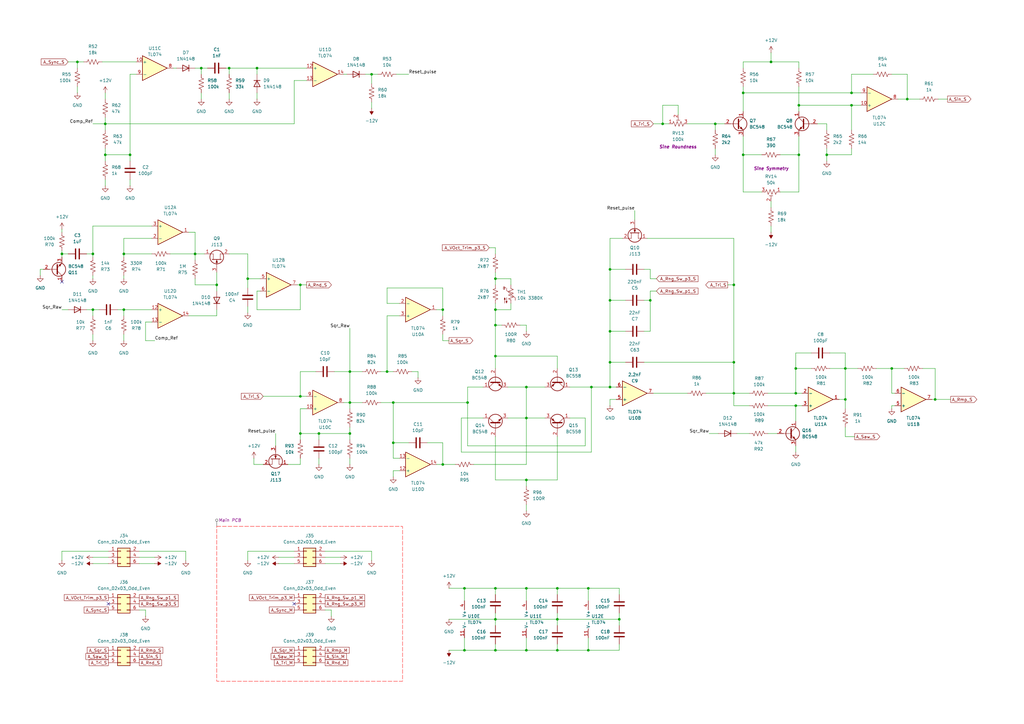
<source format=kicad_sch>
(kicad_sch (version 20250114) (generator "eeschema") (generator_version "9.0")
  (paper "A3")
  (title_block (company "DMH Instruments") (comment 1 "PCB for 10cm Kosmo format synthesizer module"))
  (junction (at 339.09 63.5))
  (junction (at 215.9 196.85))
  (junction (at 181.61 190.5))
  (junction (at 50.8 127))
  (junction (at 50.8 104.14))
  (junction (at 203.2 254))
  (junction (at 365.76 151.13))
  (junction (at 242.57 158.75))
  (junction (at 191.77 165.1))
  (junction (at 152.4 30.48))
  (junction (at 82.55 27.94))
  (junction (at 203.2 266.7))
  (junction (at 31.75 25.4))
  (junction (at 346.71 151.13))
  (junction (at 250.19 123.19))
  (junction (at 80.01 104.14))
  (junction (at 93.98 27.94))
  (junction (at 349.25 38.1))
  (junction (at 316.23 25.4))
  (junction (at 203.2 146.05))
  (junction (at 161.29 181.61))
  (junction (at 327.66 63.5))
  (junction (at 105.41 27.94))
  (junction (at 38.1 104.14))
  (junction (at 158.75 152.4))
  (junction (at 143.51 165.1))
  (junction (at 300.99 148.59))
  (junction (at 250.19 158.75))
  (junction (at 326.39 151.13))
  (junction (at 53.34 63.5))
  (junction (at 346.71 163.83))
  (junction (at 101.6 114.3))
  (junction (at 228.6 266.7))
  (junction (at 123.19 162.56))
  (junction (at 383.54 163.83))
  (junction (at 161.29 165.1))
  (junction (at 123.19 116.84))
  (junction (at 250.19 148.59))
  (junction (at 372.11 40.64))
  (junction (at 215.9 241.3))
  (junction (at 25.4 104.14))
  (junction (at 250.19 110.49))
  (junction (at 130.81 177.8))
  (junction (at 43.18 50.8))
  (junction (at 143.51 152.4))
  (junction (at 327.66 43.18))
  (junction (at 250.19 135.89))
  (junction (at 228.6 254))
  (junction (at 88.9 116.84))
  (junction (at 266.7 123.19))
  (junction (at 123.19 177.8))
  (junction (at 143.51 177.8))
  (junction (at 326.39 166.37))
  (junction (at 228.6 241.3))
  (junction (at 190.5 241.3))
  (junction (at 300.99 161.29))
  (junction (at 271.78 50.8))
  (junction (at 241.3 266.7))
  (junction (at 304.8 38.1))
  (junction (at 326.39 161.29))
  (junction (at 300.99 116.84))
  (junction (at 181.61 127))
  (junction (at 203.2 133.35))
  (junction (at 215.9 158.75))
  (junction (at 349.25 43.18))
  (junction (at 241.3 241.3))
  (junction (at 254 254))
  (junction (at 293.37 50.8))
  (junction (at 203.2 241.3))
  (junction (at 304.8 63.5))
  (junction (at 203.2 127))
  (junction (at 215.9 266.7))
  (junction (at 38.1 127))
  (junction (at 190.5 266.7))
  (junction (at 43.18 63.5))
  (junction (at 203.2 114.3))
  (junction (at 215.9 171.45))
  (no_connect (at 25.4 115.57))
  (no_connect (at 44.45 247.65))
  (no_connect (at 120.65 247.65))
  (wire (pts (xy 320.04 78.74) (xy 327.66 78.74)))
  (wire (pts (xy 130.81 177.8) (xy 130.81 180.34)))
  (wire (pts (xy 349.25 63.5) (xy 339.09 63.5)))
  (wire (pts (xy 181.61 118.11) (xy 181.61 127)))
  (wire (pts (xy 53.34 30.48) (xy 55.88 30.48)))
  (wire (pts (xy 200.66 101.6) (xy 203.2 101.6)))
  (wire (pts (xy 59.69 132.08) (xy 62.23 132.08)))
  (wire (pts (xy 228.6 254) (xy 228.6 256.54)))
  (wire (pts (xy 233.68 158.75) (xy 242.57 158.75)))
  (wire (pts (xy 77.47 95.25) (xy 80.01 95.25)))
  (wire (pts (xy 215.9 241.3) (xy 228.6 241.3)))
  (wire (pts (xy 346.71 144.78) (xy 346.71 151.13)))
  (wire (pts (xy 190.5 261.62) (xy 190.5 266.7)))
  (wire (pts (xy 43.18 38.1) (xy 43.18 40.64)))
  (wire (pts (xy 335.28 50.8) (xy 339.09 50.8)))
  (wire (pts (xy 123.19 127) (xy 123.19 116.84)))
  (wire (pts (xy 300.99 116.84) (xy 300.99 148.59)))
  (wire (pts (xy 38.1 113.03) (xy 38.1 114.3)))
  (wire (pts (xy 250.19 123.19) (xy 250.19 135.89)))
  (wire (pts (xy 316.23 25.4) (xy 316.23 21.59)))
  (wire (pts (xy 163.83 193.04) (xy 161.29 193.04)))
  (wire (pts (xy 290.83 177.8) (xy 294.64 177.8)))
  (wire (pts (xy 130.81 177.8) (xy 143.51 177.8)))
  (wire (pts (xy 163.83 187.96) (xy 161.29 187.96)))
  (wire (pts (xy 59.69 250.19) (xy 59.69 252.73)))
  (wire (pts (xy 365.76 151.13) (xy 365.76 161.29)))
  (wire (pts (xy 184.15 139.7) (xy 181.61 139.7)))
  (wire (pts (xy 161.29 181.61) (xy 167.64 181.61)))
  (wire (pts (xy 88.9 129.54) (xy 88.9 127)))
  (wire (pts (xy 123.19 167.64) (xy 125.73 167.64)))
  (wire (pts (xy 372.11 30.48) (xy 372.11 40.64)))
  (wire (pts (xy 123.19 177.8) (xy 130.81 177.8)))
  (wire (pts (xy 339.09 63.5) (xy 339.09 66.04)))
  (wire (pts (xy 359.41 151.13) (xy 365.76 151.13)))
  (wire (pts (xy 31.75 25.4) (xy 34.29 25.4)))
  (wire (pts (xy 105.41 30.48) (xy 105.41 27.94)))
  (wire (pts (xy 181.61 129.54) (xy 181.61 127)))
  (wire (pts (xy 152.4 226.06) (xy 152.4 229.87)))
  (wire (pts (xy 304.8 38.1) (xy 349.25 38.1)))
  (wire (pts (xy 304.8 63.5) (xy 312.42 63.5)))
  (wire (pts (xy 213.36 133.35) (xy 215.9 133.35)))
  (wire (pts (xy 205.74 133.35) (xy 203.2 133.35)))
  (wire (pts (xy 293.37 50.8) (xy 297.18 50.8)))
  (wire (pts (xy 191.77 165.1) (xy 191.77 182.88)))
  (wire (pts (xy 152.4 30.48) (xy 152.4 34.29)))
  (wire (pts (xy 314.96 161.29) (xy 326.39 161.29)))
  (wire (pts (xy 43.18 60.96) (xy 43.18 63.5)))
  (wire (pts (xy 143.51 152.4) (xy 143.51 165.1)))
  (wire (pts (xy 228.6 196.85) (xy 228.6 179.07)))
  (wire (pts (xy 281.94 50.8) (xy 293.37 50.8)))
  (wire (pts (xy 264.16 110.49) (xy 266.7 110.49)))
  (wire (pts (xy 184.15 254) (xy 203.2 254)))
  (wire (pts (xy 143.51 175.26) (xy 143.51 177.8)))
  (wire (pts (xy 190.5 241.3) (xy 203.2 241.3)))
  (wire (pts (xy 114.3 228.6) (xy 120.65 228.6)))
  (wire (pts (xy 215.9 196.85) (xy 228.6 196.85)))
  (wire (pts (xy 43.18 48.26) (xy 43.18 50.8)))
  (wire (pts (xy 88.9 116.84) (xy 88.9 119.38)))
  (wire (pts (xy 367.03 166.37) (xy 365.76 166.37)))
  (wire (pts (xy 256.54 110.49) (xy 250.19 110.49)))
  (wire (pts (xy 365.76 166.37) (xy 365.76 167.64)))
  (wire (pts (xy 209.55 116.84) (xy 209.55 114.3)))
  (wire (pts (xy 241.3 246.38) (xy 241.3 241.3)))
  (wire (pts (xy 265.43 97.79) (xy 300.99 97.79)))
  (wire (pts (xy 38.1 137.16) (xy 38.1 139.7)))
  (wire (pts (xy 250.19 148.59) (xy 250.19 158.75)))
  (wire (pts (xy 143.51 177.8) (xy 143.51 180.34)))
  (wire (pts (xy 215.9 196.85) (xy 215.9 199.39)))
  (wire (pts (xy 57.15 250.19) (xy 59.69 250.19)))
  (wire (pts (xy 121.92 116.84) (xy 123.19 116.84)))
  (wire (pts (xy 101.6 114.3) (xy 106.68 114.3)))
  (wire (pts (xy 215.9 190.5) (xy 215.9 171.45)))
  (wire (pts (xy 372.11 40.64) (xy 368.3 40.64)))
  (wire (pts (xy 266.7 114.3) (xy 266.7 110.49)))
  (wire (pts (xy 50.8 104.14) (xy 62.23 104.14)))
  (wire (pts (xy 240.03 171.45) (xy 233.68 171.45)))
  (wire (pts (xy 38.1 92.71) (xy 62.23 92.71)))
  (wire (pts (xy 35.56 104.14) (xy 38.1 104.14)))
  (wire (pts (xy 25.4 104.14) (xy 27.94 104.14)))
  (wire (pts (xy 50.8 127) (xy 50.8 129.54)))
  (wire (pts (xy 62.23 97.79) (xy 50.8 97.79)))
  (wire (pts (xy 256.54 148.59) (xy 250.19 148.59)))
  (wire (pts (xy 43.18 63.5) (xy 53.34 63.5)))
  (wire (pts (xy 203.2 264.16) (xy 203.2 266.7)))
  (wire (pts (xy 241.3 241.3) (xy 254 241.3)))
  (wire (pts (xy 203.2 114.3) (xy 209.55 114.3)))
  (wire (pts (xy 80.01 104.14) (xy 80.01 106.68)))
  (wire (pts (xy 158.75 129.54) (xy 158.75 152.4)))
  (wire (pts (xy 198.12 171.45) (xy 189.23 171.45)))
  (wire (pts (xy 339.09 50.8) (xy 339.09 53.34)))
  (wire (pts (xy 241.3 266.7) (xy 254 266.7)))
  (wire (pts (xy 123.19 177.8) (xy 123.19 180.34)))
  (wire (pts (xy 80.01 116.84) (xy 80.01 114.3)))
  (wire (pts (xy 158.75 124.46) (xy 158.75 118.11)))
  (wire (pts (xy 383.54 163.83) (xy 382.27 163.83)))
  (wire (pts (xy 113.03 177.8) (xy 113.03 182.88)))
  (wire (pts (xy 327.66 43.18) (xy 327.66 45.72)))
  (wire (pts (xy 143.51 134.62) (xy 143.51 152.4)))
  (wire (pts (xy 256.54 123.19) (xy 250.19 123.19)))
  (wire (pts (xy 228.6 251.46) (xy 228.6 254)))
  (wire (pts (xy 107.95 162.56) (xy 123.19 162.56)))
  (wire (pts (xy 203.2 146.05) (xy 203.2 151.13)))
  (wire (pts (xy 101.6 114.3) (xy 101.6 118.11)))
  (wire (pts (xy 242.57 185.42) (xy 242.57 158.75)))
  (wire (pts (xy 123.19 190.5) (xy 123.19 187.96)))
  (wire (pts (xy 326.39 166.37) (xy 326.39 172.72)))
  (wire (pts (xy 80.01 95.25) (xy 80.01 104.14)))
  (wire (pts (xy 241.3 261.62) (xy 241.3 266.7)))
  (wire (pts (xy 228.6 241.3) (xy 228.6 243.84)))
  (wire (pts (xy 129.54 152.4) (xy 123.19 152.4)))
  (wire (pts (xy 50.8 137.16) (xy 50.8 139.7)))
  (wire (pts (xy 304.8 35.56) (xy 304.8 38.1)))
  (wire (pts (xy 250.19 110.49) (xy 250.19 123.19)))
  (wire (pts (xy 38.1 104.14) (xy 38.1 105.41)))
  (wire (pts (xy 161.29 165.1) (xy 191.77 165.1)))
  (wire (pts (xy 304.8 27.94) (xy 304.8 25.4)))
  (wire (pts (xy 152.4 41.91) (xy 152.4 44.45)))
  (wire (pts (xy 203.2 114.3) (xy 203.2 116.84)))
  (wire (pts (xy 203.2 254) (xy 228.6 254)))
  (wire (pts (xy 101.6 104.14) (xy 101.6 114.3)))
  (wire (pts (xy 326.39 182.88) (xy 326.39 185.42)))
  (wire (pts (xy 123.19 167.64) (xy 123.19 177.8)))
  (wire (pts (xy 31.75 35.56) (xy 31.75 38.1)))
  (wire (pts (xy 125.73 33.02) (xy 120.65 33.02)))
  (wire (pts (xy 304.8 25.4) (xy 316.23 25.4)))
  (wire (pts (xy 181.61 190.5) (xy 181.61 181.61)))
  (wire (pts (xy 203.2 251.46) (xy 203.2 254)))
  (wire (pts (xy 300.99 148.59) (xy 300.99 161.29)))
  (wire (pts (xy 240.03 182.88) (xy 240.03 171.45)))
  (wire (pts (xy 43.18 50.8) (xy 120.65 50.8)))
  (wire (pts (xy 101.6 104.14) (xy 93.98 104.14)))
  (wire (pts (xy 59.69 139.7) (xy 63.5 139.7)))
  (wire (pts (xy 53.34 73.66) (xy 53.34 76.2)))
  (wire (pts (xy 191.77 182.88) (xy 240.03 182.88)))
  (wire (pts (xy 271.78 43.18) (xy 271.78 50.8)))
  (wire (pts (xy 162.56 30.48) (xy 167.64 30.48)))
  (wire (pts (xy 278.13 43.18) (xy 271.78 43.18)))
  (wire (pts (xy 266.7 114.3) (xy 269.24 114.3)))
  (wire (pts (xy 260.35 86.36) (xy 260.35 90.17)))
  (wire (pts (xy 179.07 190.5) (xy 181.61 190.5)))
  (wire (pts (xy 82.55 38.1) (xy 82.55 40.64)))
  (wire (pts (xy 215.9 246.38) (xy 215.9 241.3)))
  (wire (pts (xy 316.23 82.55) (xy 316.23 85.09)))
  (wire (pts (xy 304.8 55.88) (xy 304.8 63.5)))
  (wire (pts (xy 215.9 158.75) (xy 223.52 158.75)))
  (wire (pts (xy 76.2 226.06) (xy 57.15 226.06)))
  (wire (pts (xy 215.9 241.3) (xy 203.2 241.3)))
  (wire (pts (xy 340.36 151.13) (xy 346.71 151.13)))
  (wire (pts (xy 189.23 171.45) (xy 189.23 185.42)))
  (wire (pts (xy 203.2 133.35) (xy 203.2 146.05)))
  (wire (pts (xy 93.98 27.94) (xy 93.98 30.48)))
  (wire (pts (xy 203.2 127) (xy 209.55 127)))
  (wire (pts (xy 43.18 73.66) (xy 43.18 76.2)))
  (wire (pts (xy 215.9 266.7) (xy 203.2 266.7)))
  (wire (pts (xy 101.6 125.73) (xy 101.6 128.27)))
  (wire (pts (xy 76.2 229.87) (xy 76.2 226.06)))
  (wire (pts (xy 143.51 187.96) (xy 143.51 190.5)))
  (wire (pts (xy 50.8 97.79) (xy 50.8 104.14)))
  (wire (pts (xy 93.98 27.94) (xy 105.41 27.94)))
  (wire (pts (xy 105.41 127) (xy 123.19 127)))
  (wire (pts (xy 123.19 152.4) (xy 123.19 162.56)))
  (wire (pts (xy 264.16 135.89) (xy 266.7 135.89)))
  (wire (pts (xy 140.97 30.48) (xy 142.24 30.48)))
  (wire (pts (xy 50.8 113.03) (xy 50.8 114.3)))
  (wire (pts (xy 190.5 266.7) (xy 203.2 266.7)))
  (wire (pts (xy 254 251.46) (xy 254 254)))
  (wire (pts (xy 156.21 165.1) (xy 161.29 165.1)))
  (wire (pts (xy 346.71 163.83) (xy 344.17 163.83)))
  (wire (pts (xy 358.14 30.48) (xy 349.25 30.48)))
  (wire (pts (xy 184.15 241.3) (xy 190.5 241.3)))
  (wire (pts (xy 228.6 146.05) (xy 228.6 151.13)))
  (wire (pts (xy 326.39 144.78) (xy 326.39 151.13)))
  (wire (pts (xy 118.11 190.5) (xy 123.19 190.5)))
  (wire (pts (xy 92.71 27.94) (xy 93.98 27.94)))
  (wire (pts (xy 326.39 166.37) (xy 328.93 166.37)))
  (wire (pts (xy 255.27 97.79) (xy 250.19 97.79)))
  (wire (pts (xy 158.75 118.11) (xy 181.61 118.11)))
  (wire (pts (xy 41.91 25.4) (xy 55.88 25.4)))
  (wire (pts (xy 372.11 40.64) (xy 377.19 40.64)))
  (wire (pts (xy 143.51 152.4) (xy 137.16 152.4)))
  (wire (pts (xy 105.41 38.1) (xy 105.41 40.64)))
  (wire (pts (xy 27.94 25.4) (xy 31.75 25.4)))
  (wire (pts (xy 370.84 151.13) (xy 365.76 151.13)))
  (wire (pts (xy 314.96 177.8) (xy 318.77 177.8)))
  (wire (pts (xy 346.71 179.07) (xy 346.71 175.26)))
  (wire (pts (xy 161.29 165.1) (xy 161.29 181.61)))
  (wire (pts (xy 203.2 196.85) (xy 215.9 196.85)))
  (wire (pts (xy 365.76 30.48) (xy 372.11 30.48)))
  (wire (pts (xy 228.6 264.16) (xy 228.6 266.7)))
  (wire (pts (xy 105.41 119.38) (xy 105.41 127)))
  (wire (pts (xy 161.29 193.04) (xy 161.29 195.58)))
  (wire (pts (xy 327.66 43.18) (xy 349.25 43.18)))
  (wire (pts (xy 191.77 158.75) (xy 191.77 165.1)))
  (wire (pts (xy 293.37 60.96) (xy 293.37 63.5)))
  (wire (pts (xy 250.19 97.79) (xy 250.19 110.49)))
  (wire (pts (xy 349.25 38.1) (xy 353.06 38.1)))
  (wire (pts (xy 82.55 27.94) (xy 82.55 30.48)))
  (wire (pts (xy 203.2 179.07) (xy 203.2 196.85)))
  (wire (pts (xy 316.23 92.71) (xy 316.23 95.25)))
  (wire (pts (xy 215.9 261.62) (xy 215.9 266.7)))
  (wire (pts (xy 340.36 144.78) (xy 346.71 144.78)))
  (wire (pts (xy 133.35 228.6) (xy 139.7 228.6)))
  (wire (pts (xy 149.86 30.48) (xy 152.4 30.48)))
  (wire (pts (xy 101.6 229.87) (xy 101.6 226.06)))
  (wire (pts (xy 158.75 129.54) (xy 163.83 129.54)))
  (wire (pts (xy 349.25 43.18) (xy 349.25 53.34)))
  (wire (pts (xy 203.2 146.05) (xy 228.6 146.05)))
  (wire (pts (xy 38.1 231.14) (xy 44.45 231.14)))
  (wire (pts (xy 266.7 119.38) (xy 266.7 123.19)))
  (wire (pts (xy 250.19 135.89) (xy 256.54 135.89)))
  (wire (pts (xy 143.51 165.1) (xy 148.59 165.1)))
  (wire (pts (xy 179.07 127) (xy 181.61 127)))
  (wire (pts (xy 57.15 231.14) (xy 63.5 231.14)))
  (wire (pts (xy 215.9 207.01) (xy 215.9 209.55)))
  (wire (pts (xy 25.4 102.87) (xy 25.4 104.14)))
  (wire (pts (xy 82.55 27.94) (xy 85.09 27.94)))
  (wire (pts (xy 349.25 30.48) (xy 349.25 38.1)))
  (wire (pts (xy 184.15 266.7) (xy 190.5 266.7)))
  (wire (pts (xy 25.4 226.06) (xy 44.45 226.06)))
  (wire (pts (xy 25.4 93.98) (xy 25.4 95.25)))
  (wire (pts (xy 88.9 111.76) (xy 88.9 116.84)))
  (wire (pts (xy 43.18 50.8) (xy 43.18 53.34)))
  (wire (pts (xy 181.61 181.61) (xy 175.26 181.61)))
  (wire (pts (xy 133.35 250.19) (xy 135.89 250.19)))
  (wire (pts (xy 383.54 151.13) (xy 383.54 163.83)))
  (wire (pts (xy 250.19 158.75) (xy 252.73 158.75)))
  (wire (pts (xy 38.1 127) (xy 40.64 127)))
  (wire (pts (xy 278.13 46.99) (xy 278.13 43.18)))
  (wire (pts (xy 156.21 152.4) (xy 158.75 152.4)))
  (wire (pts (xy 106.68 119.38) (xy 105.41 119.38)))
  (wire (pts (xy 161.29 187.96) (xy 161.29 181.61)))
  (wire (pts (xy 123.19 116.84) (xy 125.73 116.84)))
  (wire (pts (xy 327.66 35.56) (xy 327.66 43.18)))
  (wire (pts (xy 77.47 129.54) (xy 88.9 129.54)))
  (wire (pts (xy 339.09 60.96) (xy 339.09 63.5)))
  (wire (pts (xy 346.71 151.13) (xy 351.79 151.13)))
  (wire (pts (xy 254 264.16) (xy 254 266.7)))
  (wire (pts (xy 252.73 163.83) (xy 250.19 163.83)))
  (wire (pts (xy 293.37 50.8) (xy 293.37 53.34)))
  (wire (pts (xy 208.28 171.45) (xy 215.9 171.45)))
  (wire (pts (xy 267.97 50.8) (xy 271.78 50.8)))
  (wire (pts (xy 80.01 27.94) (xy 82.55 27.94)))
  (wire (pts (xy 203.2 127) (xy 203.2 133.35)))
  (wire (pts (xy 326.39 151.13) (xy 326.39 161.29)))
  (wire (pts (xy 16.51 110.49) (xy 16.51 113.03)))
  (wire (pts (xy 203.2 241.3) (xy 203.2 243.84)))
  (wire (pts (xy 53.34 63.5) (xy 53.34 66.04)))
  (wire (pts (xy 38.1 228.6) (xy 44.45 228.6)))
  (wire (pts (xy 215.9 133.35) (xy 215.9 135.89)))
  (wire (pts (xy 50.8 104.14) (xy 50.8 105.41)))
  (wire (pts (xy 264.16 123.19) (xy 266.7 123.19)))
  (wire (pts (xy 50.8 127) (xy 62.23 127)))
  (wire (pts (xy 25.4 104.14) (xy 25.4 105.41)))
  (wire (pts (xy 38.1 92.71) (xy 38.1 104.14)))
  (wire (pts (xy 346.71 167.64) (xy 346.71 163.83)))
  (wire (pts (xy 203.2 101.6) (xy 203.2 104.14)))
  (wire (pts (xy 135.89 250.19) (xy 135.89 252.73)))
  (wire (pts (xy 203.2 124.46) (xy 203.2 127)))
  (wire (pts (xy 327.66 63.5) (xy 327.66 78.74)))
  (wire (pts (xy 181.61 190.5) (xy 186.69 190.5)))
  (wire (pts (xy 289.56 161.29) (xy 300.99 161.29)))
  (wire (pts (xy 57.15 228.6) (xy 63.5 228.6)))
  (wire (pts (xy 215.9 266.7) (xy 228.6 266.7)))
  (wire (pts (xy 143.51 165.1) (xy 143.51 167.64)))
  (wire (pts (xy 69.85 104.14) (xy 80.01 104.14)))
  (wire (pts (xy 120.65 33.02) (xy 120.65 50.8)))
  (wire (pts (xy 16.51 110.49) (xy 17.78 110.49)))
  (wire (pts (xy 250.19 135.89) (xy 250.19 148.59)))
  (wire (pts (xy 104.14 190.5) (xy 104.14 187.96)))
  (wire (pts (xy 48.26 127) (xy 50.8 127)))
  (wire (pts (xy 25.4 229.87) (xy 25.4 226.06)))
  (wire (pts (xy 302.26 177.8) (xy 307.34 177.8)))
  (wire (pts (xy 163.83 124.46) (xy 158.75 124.46)))
  (wire (pts (xy 332.74 151.13) (xy 326.39 151.13)))
  (wire (pts (xy 133.35 231.14) (xy 139.7 231.14)))
  (wire (pts (xy 43.18 63.5) (xy 43.18 66.04)))
  (wire (pts (xy 264.16 148.59) (xy 300.99 148.59)))
  (wire (pts (xy 327.66 63.5) (xy 327.66 55.88)))
  (wire (pts (xy 190.5 241.3) (xy 190.5 246.38)))
  (wire (pts (xy 198.12 158.75) (xy 191.77 158.75)))
  (wire (pts (xy 59.69 132.08) (xy 59.69 139.7)))
  (wire (pts (xy 312.42 78.74) (xy 304.8 78.74)))
  (wire (pts (xy 25.4 127) (xy 27.94 127)))
  (wire (pts (xy 266.7 135.89) (xy 266.7 123.19)))
  (wire (pts (xy 148.59 152.4) (xy 143.51 152.4)))
  (wire (pts (xy 266.7 119.38) (xy 269.24 119.38)))
  (wire (pts (xy 71.12 27.94) (xy 72.39 27.94)))
  (wire (pts (xy 189.23 185.42) (xy 242.57 185.42)))
  (wire (pts (xy 228.6 266.7) (xy 241.3 266.7)))
  (wire (pts (xy 300.99 97.79) (xy 300.99 116.84)))
  (wire (pts (xy 228.6 241.3) (xy 241.3 241.3)))
  (wire (pts (xy 38.1 50.8) (xy 43.18 50.8)))
  (wire (pts (xy 209.55 124.46) (xy 209.55 127)))
  (wire (pts (xy 168.91 152.4) (xy 171.45 152.4)))
  (wire (pts (xy 38.1 127) (xy 38.1 129.54)))
  (wire (pts (xy 203.2 111.76) (xy 203.2 114.3)))
  (wire (pts (xy 228.6 254) (xy 254 254)))
  (wire (pts (xy 80.01 116.84) (xy 88.9 116.84)))
  (wire (pts (xy 215.9 171.45) (xy 223.52 171.45)))
  (wire (pts (xy 304.8 38.1) (xy 304.8 45.72)))
  (wire (pts (xy 107.95 190.5) (xy 104.14 190.5)))
  (wire (pts (xy 254 241.3) (xy 254 243.84)))
  (wire (pts (xy 93.98 38.1) (xy 93.98 40.64)))
  (wire (pts (xy 31.75 25.4) (xy 31.75 27.94)))
  (wire (pts (xy 271.78 50.8) (xy 274.32 50.8)))
  (wire (pts (xy 383.54 163.83) (xy 389.89 163.83)))
  (wire (pts (xy 194.31 190.5) (xy 215.9 190.5)))
  (wire (pts (xy 327.66 27.94) (xy 327.66 25.4)))
  (wire (pts (xy 365.76 161.29) (xy 367.03 161.29)))
  (wire (pts (xy 349.25 60.96) (xy 349.25 63.5)))
  (wire (pts (xy 300.99 166.37) (xy 300.99 161.29)))
  (wire (pts (xy 298.45 116.84) (xy 300.99 116.84)))
  (wire (pts (xy 114.3 231.14) (xy 120.65 231.14)))
  (wire (pts (xy 378.46 151.13) (xy 383.54 151.13)))
  (wire (pts (xy 203.2 254) (xy 203.2 256.54)))
  (wire (pts (xy 133.35 226.06) (xy 152.4 226.06)))
  (wire (pts (xy 300.99 161.29) (xy 307.34 161.29)))
  (wire (pts (xy 35.56 127) (xy 38.1 127)))
  (wire (pts (xy 250.19 163.83) (xy 250.19 166.37)))
  (wire (pts (xy 158.75 152.4) (xy 161.29 152.4)))
  (wire (pts (xy 140.97 165.1) (xy 143.51 165.1)))
  (wire (pts (xy 327.66 25.4) (xy 316.23 25.4)))
  (wire (pts (xy 349.25 43.18) (xy 353.06 43.18)))
  (wire (pts (xy 215.9 158.75) (xy 215.9 171.45)))
  (wire (pts (xy 346.71 179.07) (xy 350.52 179.07)))
  (wire (pts (xy 307.34 166.37) (xy 300.99 166.37)))
  (wire (pts (xy 80.01 104.14) (xy 83.82 104.14)))
  (wire (pts (xy 346.71 151.13) (xy 346.71 163.83)))
  (wire (pts (xy 181.61 139.7) (xy 181.61 137.16)))
  (wire (pts (xy 130.81 187.96) (xy 130.81 190.5)))
  (wire (pts (xy 105.41 27.94) (xy 125.73 27.94)))
  (wire (pts (xy 101.6 226.06) (xy 120.65 226.06)))
  (wire (pts (xy 320.04 63.5) (xy 327.66 63.5)))
  (wire (pts (xy 208.28 158.75) (xy 215.9 158.75)))
  (wire (pts (xy 314.96 166.37) (xy 326.39 166.37)))
  (wire (pts (xy 304.8 78.74) (xy 304.8 63.5)))
  (wire (pts (xy 123.19 162.56) (xy 125.73 162.56)))
  (wire (pts (xy 53.34 30.48) (xy 53.34 63.5)))
  (wire (pts (xy 326.39 161.29) (xy 328.93 161.29)))
  (wire (pts (xy 254 254) (xy 254 256.54)))
  (wire (pts (xy 152.4 30.48) (xy 154.94 30.48)))
  (wire (pts (xy 384.81 40.64) (xy 388.62 40.64)))
  (wire (pts (xy 267.97 161.29) (xy 281.94 161.29)))
  (wire (pts (xy 242.57 158.75) (xy 250.19 158.75)))
  (wire (pts (xy 332.74 144.78) (xy 326.39 144.78)))
  (wire (pts (xy 171.45 152.4) (xy 171.45 154.94)))
  (label "Reset_pulse" (at 260.35 86.36 180))
  (label "Sqr_Raw" (at 143.51 134.62 180))
  (label "Sqr_Raw" (at 25.4 127 180))
  (label "Reset_pulse" (at 113.03 177.8 180))
  (label "Reset_pulse" (at 167.64 30.48 0))
  (label "Comp_Ref" (at 38.1 50.8 180))
  (label "Sqr_Raw" (at 290.83 177.8 180))
  (label "Comp_Ref" (at 63.5 139.7 0))
  (global_label "A_Sqr_M" (shape passive) (at 120.65 266.7 180) (property "Intersheetrefs" "${INTERSHEET_REFS}" (effects (hide yes))))
  (global_label "A_Tri_S" (shape input) (at 267.97 50.8 180) (property "Intersheetrefs" "${INTERSHEET_REFS}" (effects (hide yes))))
  (global_label "A_Rng_Sw_p3_S" (shape input) (at 269.24 114.3 0) (property "Intersheetrefs" "${INTERSHEET_REFS}" (effects (hide yes))))
  (global_label "A_Tri_S" (shape input) (at 107.95 162.56 180) (property "Intersheetrefs" "${INTERSHEET_REFS}" (effects (hide yes))))
  (global_label "A_Rnd_M" (shape passive) (at 133.35 271.78 0) (property "Intersheetrefs" "${INTERSHEET_REFS}" (effects (hide yes))))
  (global_label "A_Rng_Sw_p1_M" (shape passive) (at 133.35 245.11 0) (property "Intersheetrefs" "${INTERSHEET_REFS}" (effects (hide yes))))
  (global_label "A_Saw_S" (shape output) (at 350.52 179.07 0) (property "Intersheetrefs" "${INTERSHEET_REFS}" (effects (hide yes))))
  (global_label "A_Tri_S" (shape passive) (at 44.45 271.78 180) (property "Intersheetrefs" "${INTERSHEET_REFS}" (effects (hide yes))))
  (global_label "A_Rnd_S" (shape output) (at 125.73 116.84 0) (property "Intersheetrefs" "${INTERSHEET_REFS}" (effects (hide yes))))
  (global_label "A_VOct_Trim_p3_M" (shape passive) (at 120.65 245.11 180) (property "Intersheetrefs" "${INTERSHEET_REFS}" (effects (hide yes))))
  (global_label "A_Tri_M" (shape passive) (at 120.65 271.78 180) (property "Intersheetrefs" "${INTERSHEET_REFS}" (effects (hide yes))))
  (global_label "A_Sin_M" (shape passive) (at 133.35 269.24 0) (property "Intersheetrefs" "${INTERSHEET_REFS}" (effects (hide yes))))
  (global_label "A_Sync_S" (shape passive) (at 44.45 250.19 180) (property "Intersheetrefs" "${INTERSHEET_REFS}" (effects (hide yes))))
  (global_label "A_Saw_M" (shape passive) (at 120.65 269.24 180) (property "Intersheetrefs" "${INTERSHEET_REFS}" (effects (hide yes))))
  (global_label "A_VOct_Trim_p3_S" (shape passive) (at 44.45 245.11 180) (property "Intersheetrefs" "${INTERSHEET_REFS}" (effects (hide yes))))
  (global_label "A_Rng_Sw_p1_S" (shape passive) (at 57.15 245.11 0) (property "Intersheetrefs" "${INTERSHEET_REFS}" (effects (hide yes))))
  (global_label "A_Sin_S" (shape output) (at 388.62 40.64 0) (property "Intersheetrefs" "${INTERSHEET_REFS}" (effects (hide yes))))
  (global_label "A_Rng_Sw_p3_M" (shape passive) (at 133.35 247.65 0) (property "Intersheetrefs" "${INTERSHEET_REFS}" (effects (hide yes))))
  (global_label "A_Sync_S" (shape input) (at 27.94 25.4 180) (property "Intersheetrefs" "${INTERSHEET_REFS}" (effects (hide yes))))
  (global_label "A_Tri_S" (shape output) (at 298.45 116.84 180) (property "Intersheetrefs" "${INTERSHEET_REFS}" (effects (hide yes))))
  (global_label "A_Rnd_S" (shape passive) (at 57.15 271.78 0) (property "Intersheetrefs" "${INTERSHEET_REFS}" (effects (hide yes))))
  (global_label "A_Rmp_M" (shape passive) (at 133.35 266.7 0) (property "Intersheetrefs" "${INTERSHEET_REFS}" (effects (hide yes))))
  (global_label "A_Sin_S" (shape passive) (at 57.15 269.24 0) (property "Intersheetrefs" "${INTERSHEET_REFS}" (effects (hide yes))))
  (global_label "A_VOct_Trim_p3_S" (shape input) (at 200.66 101.6 180) (property "Intersheetrefs" "${INTERSHEET_REFS}" (effects (hide yes))))
  (global_label "A_Rng_Sw_p3_S" (shape passive) (at 57.15 247.65 0) (property "Intersheetrefs" "${INTERSHEET_REFS}" (effects (hide yes))))
  (global_label "A_Rmp_S" (shape passive) (at 57.15 266.7 0) (property "Intersheetrefs" "${INTERSHEET_REFS}" (effects (hide yes))))
  (global_label "A_Sync_M" (shape passive) (at 120.65 250.19 180) (property "Intersheetrefs" "${INTERSHEET_REFS}" (effects (hide yes))))
  (global_label "A_Sqr_S" (shape passive) (at 44.45 266.7 180) (property "Intersheetrefs" "${INTERSHEET_REFS}" (effects (hide yes))))
  (global_label "A_Rmp_S" (shape output) (at 389.89 163.83 0) (property "Intersheetrefs" "${INTERSHEET_REFS}" (effects (hide yes))))
  (global_label "A_Sqr_S" (shape output) (at 184.15 139.7 0) (property "Intersheetrefs" "${INTERSHEET_REFS}" (effects (hide yes))))
  (global_label "A_Saw_S" (shape passive) (at 44.45 269.24 180) (property "Intersheetrefs" "${INTERSHEET_REFS}" (effects (hide yes))))
  (global_label "A_Rng_Sw_p1_S" (shape input) (at 269.24 119.38 0) (property "Intersheetrefs" "${INTERSHEET_REFS}" (effects (hide yes))))
  (rule_area (polyline (pts (xy 88.9 215.9) (xy 165.1 215.9) (xy 165.1 279.4) (xy 88.9 279.4)) (stroke (width 0) (type dash))))
  (netclass_flag "" (length 2.54) (shape round) (at 88.9 215.9 0) (property "Component Class" "Main PCB" (at 89.5985 213.36 0) (effects (font (italic yes)) (justify left))))
  (symbol (lib_id "Connector_Generic:Conn_02x03_Odd_Even") (at 49.53 228.6 0) (unit 1)
    (property "Reference" "J34" (at 50.8 219.71 0))
    (property "Value" "Conn_02x03_Odd_Even" (at 50.8 222.25 0))
    (property "Footprint" "Connector_PinHeader_2.54mm:PinHeader_2x03_P2.54mm_Horizontal" (effects (hide yes)))
    (property "Description" "Generic connector, double row, 02x03, odd/even pin numbering scheme (row 1 odd numbers, row 2 even numbers), script generated (kicad-library-utils/schlib/autogen/connector/)" (effects (hide yes)))
  )
  (symbol (lib_id "Amplifier_Operational:TL074") (at 243.84 254 0) (unit 5)
    (property "Reference" "U12" (at 242.57 252.7299 0) (effects (justify left)))
    (property "Value" "TL074" (at 242.57 255.2699 0) (effects (justify left)))
    (property "Footprint" "Package_DIP:DIP-14_W7.62mm_Socket" (effects (hide yes)))
    (property "Datasheet" "http://www.ti.com/lit/ds/symlink/tl071.pdf" (effects (hide yes)))
    (property "Description" "Quad Low-Noise JFET-Input Operational Amplifiers, DIP-14/SOIC-14" (effects (hide yes)))
  )
  (symbol (lib_id "power:+12V") (at 38.1 228.6 90) (unit 1)
    (property "Reference" "#PWR084" (effects (hide yes)))
    (property "Value" "+12V" (at 34.29 228.5999 90) (effects (justify left)))
    (property "Description" "Power symbol creates a global label with name \"+12V\"" (effects (hide yes)))
  )
  (symbol (lib_id "Amplifier_Operational:TL074") (at 336.55 163.83 0) (mirror x) (unit 1)
    (property "Reference" "U11" (at 336.55 173.99 0))
    (property "Value" "TL074" (at 336.55 171.45 0))
    (property "Footprint" "Package_DIP:DIP-14_W7.62mm_Socket" (effects (hide yes)))
    (property "Datasheet" "http://www.ti.com/lit/ds/symlink/tl071.pdf" (effects (hide yes)))
    (property "Description" "Quad Low-Noise JFET-Input Operational Amplifiers, DIP-14/SOIC-14" (effects (hide yes)))
  )
  (symbol (lib_id "power:GND") (at 339.09 66.04 0) (unit 1)
    (property "Reference" "#PWR063" (effects (hide yes)))
    (property "Value" "GND" (at 339.09 71.12 0))
    (property "Description" "Power symbol creates a global label with name \"GND\" , ground" (effects (hide yes)))
  )
  (symbol (lib_id "power:GND") (at 101.6 128.27 0) (unit 1)
    (property "Reference" "#PWR071" (effects (hide yes)))
    (property "Value" "GND" (at 101.6 133.35 0))
    (property "Description" "Power symbol creates a global label with name \"GND\" , ground" (effects (hide yes)))
  )
  (symbol (lib_id "Device:R_US") (at 82.55 34.29 0) (unit 1)
    (property "Reference" "R58" (at 85.09 33.0199 0) (effects (justify left)))
    (property "Value" "100k" (at 85.09 35.5599 0) (effects (justify left)))
    (property "Footprint" "Resistor_THT:R_Axial_DIN0207_L6.3mm_D2.5mm_P7.62mm_Horizontal" (effects (hide yes)))
    (property "Description" "Resistor, US symbol" (effects (hide yes)))
  )
  (symbol (lib_id "Device:D") (at 88.9 123.19 270) (mirror x) (unit 1)
    (property "Reference" "D10" (at 86.36 121.9199 90) (effects (justify right)))
    (property "Value" "1N4148" (at 86.36 124.4599 90) (effects (justify right)))
    (property "Footprint" "Diode_THT:D_DO-35_SOD27_P7.62mm_Horizontal" (effects (hide yes)))
    (property "Description" "Diode" (effects (hide yes)))
    (property "Sim.Device" "D" (effects (hide yes)))
    (property "Sim.Pins" "1=K 2=A" (effects (hide yes)))
  )
  (symbol (lib_id "power:-12V") (at 38.1 231.14 90) (unit 1)
    (property "Reference" "#PWR092" (effects (hide yes)))
    (property "Value" "-12V" (at 34.29 231.1399 90) (effects (justify left)))
    (property "Description" "Power symbol creates a global label with name \"-12V\"" (effects (hide yes)))
  )
  (symbol (lib_id "power:GND") (at 50.8 114.3 0) (unit 1)
    (property "Reference" "#PWR070" (effects (hide yes)))
    (property "Value" "GND" (at 50.8 119.38 0))
    (property "Description" "Power symbol creates a global label with name \"GND\" , ground" (effects (hide yes)))
  )
  (symbol (lib_id "power:GND") (at 135.89 252.73 0) (unit 1) (on_board no)
    (property "Reference" "#PWR097" (effects (hide yes)))
    (property "Value" "GND" (at 135.89 257.81 0))
    (property "Description" "Power symbol creates a global label with name \"GND\" , ground" (effects (hide yes)))
  )
  (symbol (lib_id "Device:R_US") (at 143.51 171.45 0) (unit 1)
    (property "Reference" "R90" (at 146.05 170.1799 0) (effects (justify left)))
    (property "Value" "82k" (at 146.05 172.7199 0) (effects (justify left)))
    (property "Footprint" "Resistor_THT:R_Axial_DIN0207_L6.3mm_D2.5mm_P7.62mm_Horizontal" (effects (hide yes)))
    (property "Description" "Resistor, US symbol" (effects (hide yes)))
  )
  (symbol (lib_id "power:GND") (at 326.39 185.42 0) (unit 1)
    (property "Reference" "#PWR078" (effects (hide yes)))
    (property "Value" "GND" (at 326.39 190.5 0))
    (property "Description" "Power symbol creates a global label with name \"GND\" , ground" (effects (hide yes)))
  )
  (symbol (lib_id "Amplifier_Operational:TL074") (at 133.35 165.1 0) (mirror x) (unit 3)
    (property "Reference" "U10" (at 133.35 175.26 0))
    (property "Value" "TL074" (at 133.35 172.72 0))
    (property "Footprint" "Package_DIP:DIP-14_W7.62mm_Socket" (effects (hide yes)))
    (property "Datasheet" "http://www.ti.com/lit/ds/symlink/tl071.pdf" (effects (hide yes)))
    (property "Description" "Quad Low-Noise JFET-Input Operational Amplifiers, DIP-14/SOIC-14" (effects (hide yes)))
  )
  (symbol (lib_id "Device:R_US") (at 66.04 104.14 270) (mirror x) (unit 1)
    (property "Reference" "R71" (at 66.04 110.49 90))
    (property "Value" "100k" (at 66.04 107.95 90))
    (property "Footprint" "Resistor_THT:R_Axial_DIN0207_L6.3mm_D2.5mm_P7.62mm_Horizontal" (effects (hide yes)))
    (property "Description" "Resistor, US symbol" (effects (hide yes)))
  )
  (symbol (lib_id "Device:C") (at 260.35 110.49 90) (mirror x) (unit 1)
    (property "Reference" "C5" (at 260.35 118.11 90))
    (property "Value" "220nF" (at 260.35 115.57 90))
    (property "Footprint" "Capacitor_THT:C_Disc_D4.3mm_W1.9mm_P5.00mm" (effects (hide yes)))
    (property "Description" "Unpolarized capacitor" (effects (hide yes)))
  )
  (symbol (lib_id "power:GND") (at 161.29 195.58 0) (unit 1)
    (property "Reference" "#PWR082" (effects (hide yes)))
    (property "Value" "GND" (at 161.29 200.66 0))
    (property "Description" "Power symbol creates a global label with name \"GND\" , ground" (effects (hide yes)))
  )
  (symbol (lib_id "Device:R_US") (at 374.65 151.13 90) (mirror x) (unit 1)
    (property "Reference" "R83" (at 374.904 157.226 90))
    (property "Value" "100k" (at 374.904 154.686 90))
    (property "Footprint" "Resistor_THT:R_Axial_DIN0207_L6.3mm_D2.5mm_P7.62mm_Horizontal" (effects (hide yes)))
    (property "Description" "Resistor, US symbol" (effects (hide yes)))
  )
  (symbol (lib_id "Device:R_US") (at 38.1 25.4 90) (unit 1)
    (property "Reference" "R52" (at 38.1 19.05 90))
    (property "Value" "18k" (at 38.1 21.59 90))
    (property "Footprint" "Resistor_THT:R_Axial_DIN0207_L6.3mm_D2.5mm_P7.62mm_Horizontal" (effects (hide yes)))
    (property "Description" "Resistor, US symbol" (effects (hide yes)))
  )
  (symbol (lib_id "Device:R_US") (at 311.15 177.8 90) (mirror x) (unit 1)
    (property "Reference" "R92" (at 311.15 184.15 90))
    (property "Value" "47k" (at 311.15 181.61 90))
    (property "Footprint" "Resistor_THT:R_Axial_DIN0207_L6.3mm_D2.5mm_P7.62mm_Horizontal" (effects (hide yes)))
    (property "Description" "Resistor, US symbol" (effects (hide yes)))
  )
  (symbol (lib_id "power:GND") (at 16.51 113.03 0) (unit 1)
    (property "Reference" "#PWR068" (effects (hide yes)))
    (property "Value" "GND" (at 16.51 118.11 0))
    (property "Description" "Power symbol creates a global label with name \"GND\" , ground" (effects (hide yes)))
  )
  (symbol (lib_id "Device:R_US") (at 203.2 120.65 0) (mirror y) (unit 1)
    (property "Reference" "R76" (at 200.66 119.3799 0) (effects (justify left)))
    (property "Value" "2k87" (at 200.66 121.9199 0) (effects (justify left)))
    (property "Footprint" "Resistor_THT:R_Axial_DIN0207_L6.3mm_D2.5mm_P7.62mm_Horizontal" (effects (hide yes)))
    (property "Description" "Resistor, US symbol" (effects (hide yes)))
  )
  (symbol (lib_id "Connector_Generic:Conn_02x03_Odd_Even") (at 125.73 269.24 0) (unit 1)
    (property "Reference" "J39" (at 127 260.35 0))
    (property "Value" "Conn_02x03_Odd_Even" (at 127 262.89 0))
    (property "Footprint" "Connector_PinSocket_2.54mm:PinSocket_2x03_P2.54mm_Vertical" (effects (hide yes)))
    (property "Description" "Generic connector, double row, 02x03, odd/even pin numbering scheme (row 1 odd numbers, row 2 even numbers), script generated (kicad-library-utils/schlib/autogen/connector/)" (effects (hide yes)))
  )
  (symbol (lib_id "power:GND") (at 184.15 254 0) (unit 1)
    (property "Reference" "#PWR0101" (effects (hide yes)))
    (property "Value" "GND" (at 184.15 259.08 0))
    (property "Description" "Power symbol creates a global label with name \"GND\" , ground" (effects (hide yes)))
  )
  (symbol (lib_id "Device:R_US") (at 381 40.64 90) (unit 1)
    (property "Reference" "R61" (at 381 34.29 90))
    (property "Value" "1k" (at 381 36.83 90))
    (property "Footprint" "Resistor_THT:R_Axial_DIN0207_L6.3mm_D2.5mm_P7.62mm_Horizontal" (effects (hide yes)))
    (property "Description" "Resistor, US symbol" (effects (hide yes)))
  )
  (symbol (lib_id "Amplifier_Operational:TL074") (at 69.85 95.25 0) (unit 1)
    (property "Reference" "U12" (at 69.85 85.09 0))
    (property "Value" "TL074" (at 69.85 87.63 0))
    (property "Footprint" "Package_DIP:DIP-14_W7.62mm_Socket" (effects (hide yes)))
    (property "Datasheet" "http://www.ti.com/lit/ds/symlink/tl071.pdf" (effects (hide yes)))
    (property "Description" "Quad Low-Noise JFET-Input Operational Amplifiers, DIP-14/SOIC-14" (effects (hide yes)))
  )
  (symbol (lib_id "Transistor_BJT:BC548") (at 203.2 173.99 90) (unit 1)
    (property "Reference" "Q14" (at 196.85 174.498 90))
    (property "Value" "BC548" (at 196.85 177.038 90))
    (property "Footprint" "Package_TO_SOT_THT:TO-92L_Inline_Wide" (effects (hide yes)))
    (property "Datasheet" "https://www.onsemi.com/pub/Collateral/BC550-D.pdf" (effects (hide yes)))
    (property "Description" "0.1A Ic, 30V Vce, Small Signal NPN Transistor, TO-92" (effects (hide yes)))
    (property "Sim.Device" "NPN" (effects (hide yes)))
    (property "Sim.Pins" "1=C 2=B 3=E" (effects (hide yes)))
  )
  (symbol (lib_id "Device:R_US") (at 355.6 151.13 90) (mirror x) (unit 1)
    (property "Reference" "R82" (at 355.854 157.226 90))
    (property "Value" "100k" (at 355.854 154.686 90))
    (property "Footprint" "Resistor_THT:R_Axial_DIN0207_L6.3mm_D2.5mm_P7.62mm_Horizontal" (effects (hide yes)))
    (property "Description" "Resistor, US symbol" (effects (hide yes)))
  )
  (symbol (lib_id "power:GND") (at 215.9 135.89 0) (unit 1)
    (property "Reference" "#PWR072" (effects (hide yes)))
    (property "Value" "GND" (at 215.9 140.97 0))
    (property "Description" "Power symbol creates a global label with name \"GND\" , ground" (effects (hide yes)))
  )
  (symbol (lib_id "Device:R_US") (at 152.4 165.1 270) (unit 1)
    (property "Reference" "R88" (at 152.4 158.75 90))
    (property "Value" "100k" (at 152.4 161.29 90))
    (property "Footprint" "Resistor_THT:R_Axial_DIN0207_L6.3mm_D2.5mm_P7.62mm_Horizontal" (effects (hide yes)))
    (property "Description" "Resistor, US symbol" (effects (hide yes)))
  )
  (symbol (lib_id "power:GND") (at 215.9 209.55 0) (unit 1)
    (property "Reference" "#PWR083" (effects (hide yes)))
    (property "Value" "GND" (at 215.9 214.63 0))
    (property "Description" "Power symbol creates a global label with name \"GND\" , ground" (effects (hide yes)))
  )
  (symbol (lib_id "Device:R_Potentiometer_Trim_US") (at 316.23 78.74 270) (unit 1)
    (property "Reference" "RV14" (at 316.23 72.39 90))
    (property "Value" "50k" (at 316.23 74.93 90))
    (property "Footprint" "Potentiometer_THT:Potentiometer_Bourns_3296W_Vertical" (effects (hide yes)))
    (property "Function" "Sine Symmetry" (at 316.23 69.088 90) (effects (font (bold yes) (italic yes))))
  )
  (symbol (lib_id "power:GND") (at 152.4 229.87 0) (unit 1) (on_board no)
    (property "Reference" "#PWR091" (effects (hide yes)))
    (property "Value" "GND" (at 152.4 234.95 0))
    (property "Description" "Power symbol creates a global label with name \"GND\" , ground" (effects (hide yes)))
  )
  (symbol (lib_id "Device:R_US") (at 50.8 109.22 0) (mirror y) (unit 1)
    (property "Reference" "R74" (at 55.88 110.49 0))
    (property "Value" "330R" (at 55.88 107.95 0))
    (property "Footprint" "Resistor_THT:R_Axial_DIN0207_L6.3mm_D2.5mm_P7.62mm_Horizontal" (effects (hide yes)))
    (property "Description" "Resistor, US symbol" (effects (hide yes)))
  )
  (symbol (lib_id "power:GND") (at 50.8 139.7 0) (unit 1)
    (property "Reference" "#PWR074" (effects (hide yes)))
    (property "Value" "GND" (at 50.8 144.78 0))
    (property "Description" "Power symbol creates a global label with name \"GND\" , ground" (effects (hide yes)))
  )
  (symbol (lib_id "Device:C") (at 53.34 69.85 0) (mirror x) (unit 1)
    (property "Reference" "C2" (at 59.69 68.58 0))
    (property "Value" "100pF" (at 59.69 71.12 0))
    (property "Footprint" "Capacitor_THT:C_Disc_D3.0mm_W2.0mm_P2.50mm" (effects (hide yes)))
    (property "Description" "Unpolarized capacitor" (effects (hide yes)))
  )
  (symbol (lib_id "Device:R_US") (at 311.15 166.37 90) (mirror x) (unit 1)
    (property "Reference" "R89" (at 311.404 172.466 90))
    (property "Value" "100k" (at 311.404 169.926 90))
    (property "Footprint" "Resistor_THT:R_Axial_DIN0207_L6.3mm_D2.5mm_P7.62mm_Horizontal" (effects (hide yes)))
    (property "Description" "Resistor, US symbol" (effects (hide yes)))
  )
  (symbol (lib_id "Device:C") (at 260.35 135.89 90) (mirror x) (unit 1)
    (property "Reference" "C63" (at 260.35 143.51 90))
    (property "Value" "22nF" (at 260.35 140.97 90))
    (property "Footprint" "Capacitor_THT:C_Disc_D4.3mm_W1.9mm_P5.00mm" (effects (hide yes)))
    (property "Description" "Unpolarized capacitor" (effects (hide yes)))
  )
  (symbol (lib_id "power:GND") (at 43.18 76.2 0) (unit 1)
    (property "Reference" "#PWR064" (effects (hide yes)))
    (property "Value" "GND" (at 43.18 81.28 0))
    (property "Description" "Power symbol creates a global label with name \"GND\" , ground" (effects (hide yes)))
  )
  (symbol (lib_id "Device:R_US") (at 361.95 30.48 90) (unit 1)
    (property "Reference" "R54" (at 361.95 24.13 90))
    (property "Value" "14k" (at 361.95 26.67 90))
    (property "Footprint" "Resistor_THT:R_Axial_DIN0207_L6.3mm_D2.5mm_P7.62mm_Horizontal" (effects (hide yes)))
    (property "Description" "Resistor, US symbol" (effects (hide yes)))
  )
  (symbol (lib_id "Device:R_US") (at 316.23 63.5 90) (unit 1)
    (property "Reference" "R67" (at 316.23 57.15 90))
    (property "Value" "390" (at 316.23 59.69 90))
    (property "Footprint" "Resistor_THT:R_Axial_DIN0207_L6.3mm_D2.5mm_P7.62mm_Horizontal" (effects (hide yes)))
    (property "Description" "Resistor, US symbol" (effects (hide yes)))
  )
  (symbol (lib_id "power:GND") (at 25.4 229.87 0) (unit 1)
    (property "Reference" "#PWR088" (effects (hide yes)))
    (property "Value" "GND" (at 25.4 234.95 0))
    (property "Description" "Power symbol creates a global label with name \"GND\" , ground" (effects (hide yes)))
  )
  (symbol (lib_id "Device:R_US") (at 43.18 57.15 0) (mirror y) (unit 1)
    (property "Reference" "R63" (at 48.26 55.88 0))
    (property "Value" "47k" (at 48.26 58.42 0))
    (property "Footprint" "Resistor_THT:R_Axial_DIN0207_L6.3mm_D2.5mm_P7.62mm_Horizontal" (effects (hide yes)))
    (property "Description" "Resistor, US symbol" (effects (hide yes)))
  )
  (symbol (lib_id "Transistor_FET:MMBFJ113") (at 113.03 187.96 270) (unit 1)
    (property "Reference" "Q17" (at 113.03 194.31 90))
    (property "Value" "J113" (at 113.03 196.85 90))
    (property "Footprint" "Package_TO_SOT_THT:TO-92L_Inline" (effects (hide yes)))
    (property "Datasheet" "https://www.onsemi.com/pub/Collateral/MMBFJ113-D.PDF" (effects (hide yes)))
    (property "Description" "2mA min, 35V, 100mOhm max, 0.5-3V Vgs(off), N-Channel JFET, SOT-23" (effects (hide yes)))
  )
  (symbol (lib_id "Device:R_US") (at 158.75 30.48 270) (unit 1)
    (property "Reference" "R53" (at 158.75 24.13 90))
    (property "Value" "10k" (at 158.75 26.67 90))
    (property "Footprint" "Resistor_THT:R_Axial_DIN0207_L6.3mm_D2.5mm_P7.62mm_Horizontal" (effects (hide yes)))
    (property "Description" "Resistor, US symbol" (effects (hide yes)))
  )
  (symbol (lib_id "Device:R_US") (at 190.5 190.5 270) (mirror x) (unit 1)
    (property "Reference" "R95" (at 190.5 196.85 90))
    (property "Value" "10k" (at 190.5 194.31 90))
    (property "Footprint" "Resistor_THT:R_Axial_DIN0207_L6.3mm_D2.5mm_P7.62mm_Horizontal" (effects (hide yes)))
    (property "Description" "Resistor, US symbol" (effects (hide yes)))
  )
  (symbol (lib_id "Device:R_US") (at 346.71 171.45 0) (mirror x) (unit 1)
    (property "Reference" "R91" (at 351.79 170.18 0))
    (property "Value" "1k" (at 351.79 172.72 0))
    (property "Footprint" "Resistor_THT:R_Axial_DIN0207_L6.3mm_D2.5mm_P7.62mm_Horizontal" (effects (hide yes)))
    (property "Description" "Resistor, US symbol" (effects (hide yes)))
  )
  (symbol (lib_id "power:GND") (at 53.34 76.2 0) (mirror y) (unit 1)
    (property "Reference" "#PWR065" (effects (hide yes)))
    (property "Value" "GND" (at 53.34 81.28 0))
    (property "Description" "Power symbol creates a global label with name \"GND\" , ground" (effects (hide yes)))
  )
  (symbol (lib_id "power:-12V") (at 316.23 95.25 180) (unit 1)
    (property "Reference" "#PWR067" (effects (hide yes)))
    (property "Value" "-12V" (at 316.23 100.33 0))
    (property "Description" "Power symbol creates a global label with name \"-12V\"" (effects (hide yes)))
  )
  (symbol (lib_id "Diode:1N4148") (at 105.41 34.29 270) (unit 1)
    (property "Reference" "D9" (at 107.95 33.0199 90) (effects (justify left)))
    (property "Value" "1N4148" (at 107.95 35.5599 90) (effects (justify left)))
    (property "Footprint" "Diode_THT:D_DO-35_SOD27_P7.62mm_Horizontal" (effects (hide yes)))
    (property "Datasheet" "https://assets.nexperia.com/documents/data-sheet/1N4148_1N4448.pdf" (effects (hide yes)))
    (property "Description" "100V 0.15A standard switching diode, DO-35" (effects (hide yes)))
    (property "Sim.Device" "D" (effects (hide yes)))
    (property "Sim.Pins" "1=K 2=A" (effects (hide yes)))
  )
  (symbol (lib_id "Amplifier_Operational:TL074") (at 193.04 254 0) (unit 5)
    (property "Reference" "U10" (at 191.77 252.7299 0) (effects (justify left)))
    (property "Value" "TL074" (at 191.77 255.2699 0) (effects (justify left)))
    (property "Footprint" "Package_DIP:DIP-14_W7.62mm_Socket" (effects (hide yes)))
    (property "Datasheet" "http://www.ti.com/lit/ds/symlink/tl071.pdf" (effects (hide yes)))
    (property "Description" "Quad Low-Noise JFET-Input Operational Amplifiers, DIP-14/SOIC-14" (effects (hide yes)))
  )
  (symbol (lib_id "Transistor_FET:MMBFJ113") (at 260.35 95.25 270) (unit 1)
    (property "Reference" "Q10" (at 260.35 101.6 90))
    (property "Value" "J113" (at 260.35 104.14 90))
    (property "Footprint" "Package_TO_SOT_THT:TO-92L_Inline" (effects (hide yes)))
    (property "Datasheet" "https://www.onsemi.com/pub/Collateral/MMBFJ113-D.PDF" (effects (hide yes)))
    (property "Description" "2mA min, 35V, 100mOhm max, 0.5-3V Vgs(off), N-Channel JFET, SOT-23" (effects (hide yes)))
  )
  (symbol (lib_id "Device:R_US") (at 203.2 107.95 0) (mirror y) (unit 1)
    (property "Reference" "R72" (at 200.66 106.6799 0) (effects (justify left)))
    (property "Value" "2k87" (at 200.66 109.2199 0) (effects (justify left)))
    (property "Footprint" "Resistor_THT:R_Axial_DIN0207_L6.3mm_D2.5mm_P7.62mm_Horizontal" (effects (hide yes)))
    (property "Description" "Resistor, US symbol" (effects (hide yes)))
  )
  (symbol (lib_id "Device:R_US") (at 293.37 57.15 0) (unit 1)
    (property "Reference" "R64" (at 295.91 55.8799 0) (effects (justify left)))
    (property "Value" "2k2" (at 295.91 58.4199 0) (effects (justify left)))
    (property "Footprint" "Resistor_THT:R_Axial_DIN0207_L6.3mm_D2.5mm_P7.62mm_Horizontal" (effects (hide yes)))
    (property "Description" "Resistor, US symbol" (effects (hide yes)))
  )
  (symbol (lib_id "Diode:1N4148") (at 76.2 27.94 180) (unit 1)
    (property "Reference" "D7" (at 76.2 21.59 0))
    (property "Value" "1N4148" (at 76.2 24.13 0))
    (property "Footprint" "Diode_THT:D_DO-35_SOD27_P7.62mm_Horizontal" (effects (hide yes)))
    (property "Datasheet" "https://assets.nexperia.com/documents/data-sheet/1N4148_1N4448.pdf" (effects (hide yes)))
    (property "Description" "100V 0.15A standard switching diode, DO-35" (effects (hide yes)))
    (property "Sim.Device" "D" (effects (hide yes)))
    (property "Sim.Pins" "1=K 2=A" (effects (hide yes)))
  )
  (symbol (lib_id "Device:R_US") (at 80.01 110.49 0) (unit 1)
    (property "Reference" "R75" (at 74.93 111.76 0))
    (property "Value" "1M" (at 74.93 109.22 0))
    (property "Footprint" "Resistor_THT:R_Axial_DIN0207_L6.3mm_D2.5mm_P7.62mm_Horizontal" (effects (hide yes)))
    (property "Description" "Resistor, US symbol" (effects (hide yes)))
  )
  (symbol (lib_id "power:GND") (at 82.55 40.64 0) (unit 1)
    (property "Reference" "#PWR058" (effects (hide yes)))
    (property "Value" "GND" (at 82.55 45.72 0))
    (property "Description" "Power symbol creates a global label with name \"GND\" , ground" (effects (hide yes)))
  )
  (symbol (lib_id "Device:R_US") (at 349.25 57.15 0) (unit 1)
    (property "Reference" "R66" (at 351.79 55.8799 0) (effects (justify left)))
    (property "Value" "14k" (at 351.79 58.4199 0) (effects (justify left)))
    (property "Footprint" "Resistor_THT:R_Axial_DIN0207_L6.3mm_D2.5mm_P7.62mm_Horizontal" (effects (hide yes)))
    (property "Description" "Resistor, US symbol" (effects (hide yes)))
  )
  (symbol (lib_id "Transistor_BJT:BC548") (at 203.2 156.21 90) (mirror x) (unit 1)
    (property "Reference" "Q12" (at 196.596 152.4 90))
    (property "Value" "BC548" (at 196.596 154.94 90))
    (property "Footprint" "Package_TO_SOT_THT:TO-92L_Inline_Wide" (effects (hide yes)))
    (property "Datasheet" "https://www.onsemi.com/pub/Collateral/BC550-D.pdf" (effects (hide yes)))
    (property "Description" "0.1A Ic, 30V Vce, Small Signal NPN Transistor, TO-92" (effects (hide yes)))
    (property "Sim.Device" "NPN" (effects (hide yes)))
    (property "Sim.Pins" "1=C 2=B 3=E" (effects (hide yes)))
  )
  (symbol (lib_id "power:-12V") (at 184.15 266.7 180) (unit 1)
    (property "Reference" "#PWR0102" (effects (hide yes)))
    (property "Value" "-12V" (at 184.15 271.78 0))
    (property "Description" "Power symbol creates a global label with name \"-12V\"" (effects (hide yes)))
  )
  (symbol (lib_id "Amplifier_Operational:TL074") (at 133.35 30.48 0) (unit 4)
    (property "Reference" "U11" (at 133.35 20.32 0))
    (property "Value" "TL074" (at 133.35 22.86 0))
    (property "Footprint" "Package_DIP:DIP-14_W7.62mm_Socket" (effects (hide yes)))
    (property "Datasheet" "http://www.ti.com/lit/ds/symlink/tl071.pdf" (effects (hide yes)))
    (property "Description" "Quad Low-Noise JFET-Input Operational Amplifiers, DIP-14/SOIC-14" (effects (hide yes)))
  )
  (symbol (lib_id "Device:R_US") (at 152.4 152.4 270) (unit 1)
    (property "Reference" "R84" (at 152.4 146.05 90))
    (property "Value" "82k" (at 152.4 148.59 90))
    (property "Footprint" "Resistor_THT:R_Axial_DIN0207_L6.3mm_D2.5mm_P7.62mm_Horizontal" (effects (hide yes)))
    (property "Description" "Resistor, US symbol" (effects (hide yes)))
  )
  (symbol (lib_id "Connector_Generic:Conn_02x03_Odd_Even") (at 125.73 228.6 0) (unit 1)
    (property "Reference" "J35" (at 127 219.71 0))
    (property "Value" "Conn_02x03_Odd_Even" (at 127 222.25 0))
    (property "Footprint" "Connector_PinSocket_2.54mm:PinSocket_2x03_P2.54mm_Vertical" (effects (hide yes)))
    (property "Description" "Generic connector, double row, 02x03, odd/even pin numbering scheme (row 1 odd numbers, row 2 even numbers), script generated (kicad-library-utils/schlib/autogen/connector/)" (effects (hide yes)))
  )
  (symbol (lib_id "Device:R_US") (at 93.98 34.29 0) (unit 1)
    (property "Reference" "R59" (at 96.52 33.0199 0) (effects (justify left)))
    (property "Value" "33k" (at 96.52 35.5599 0) (effects (justify left)))
    (property "Footprint" "Resistor_THT:R_Axial_DIN0207_L6.3mm_D2.5mm_P7.62mm_Horizontal" (effects (hide yes)))
    (property "Description" "Resistor, US symbol" (effects (hide yes)))
  )
  (symbol (lib_id "power:+12V") (at 316.23 21.59 0) (unit 1)
    (property "Reference" "#PWR055" (effects (hide yes)))
    (property "Value" "+12V" (at 316.23 16.51 0))
    (property "Description" "Power symbol creates a global label with name \"+12V\"" (effects (hide yes)))
  )
  (symbol (lib_id "power:+12V") (at 104.14 187.96 0) (unit 1)
    (property "Reference" "#PWR079" (effects (hide yes)))
    (property "Value" "+12V" (at 104.14 182.88 0))
    (property "Description" "Power symbol creates a global label with name \"+12V\"" (effects (hide yes)))
  )
  (symbol (lib_id "Device:R_US") (at 285.75 161.29 270) (unit 1)
    (property "Reference" "R86" (at 285.75 154.94 90))
    (property "Value" "1k" (at 285.75 157.48 90))
    (property "Footprint" "Resistor_THT:R_Axial_DIN0207_L6.3mm_D2.5mm_P7.62mm_Horizontal" (effects (hide yes)))
    (property "Description" "Resistor, US symbol" (effects (hide yes)))
  )
  (symbol (lib_id "power:-12V") (at 152.4 44.45 180) (unit 1)
    (property "Reference" "#PWR061" (effects (hide yes)))
    (property "Value" "-12V" (at 152.4 49.53 0))
    (property "Description" "Power symbol creates a global label with name \"-12V\"" (effects (hide yes)))
  )
  (symbol (lib_id "Diode:1N4148") (at 298.45 177.8 180) (unit 1)
    (property "Reference" "D12" (at 298.45 171.45 0))
    (property "Value" "1N4148" (at 298.45 173.99 0))
    (property "Footprint" "Diode_THT:D_DO-35_SOD27_P7.62mm_Horizontal" (effects (hide yes)))
    (property "Datasheet" "https://assets.nexperia.com/documents/data-sheet/1N4148_1N4448.pdf" (effects (hide yes)))
    (property "Description" "100V 0.15A standard switching diode, DO-35" (effects (hide yes)))
    (property "Sim.Device" "D" (effects (hide yes)))
    (property "Sim.Pins" "1=K 2=A" (effects (hide yes)))
  )
  (symbol (lib_id "Connector_Generic:Conn_02x03_Odd_Even") (at 125.73 247.65 0) (unit 1)
    (property "Reference" "J37" (at 127 238.76 0))
    (property "Value" "Conn_02x03_Odd_Even" (at 127 241.3 0))
    (property "Footprint" "Connector_PinSocket_2.54mm:PinSocket_2x03_P2.54mm_Vertical" (effects (hide yes)))
    (property "Description" "Generic connector, double row, 02x03, odd/even pin numbering scheme (row 1 odd numbers, row 2 even numbers), script generated (kicad-library-utils/schlib/autogen/connector/)" (effects (hide yes)))
  )
  (symbol (lib_id "Transistor_BJT:BC548") (at 330.2 50.8 0) (mirror y) (unit 1)
    (property "Reference" "Q8" (at 325.12 49.5299 0) (effects (justify left)))
    (property "Value" "BC548" (at 325.12 52.0699 0) (effects (justify left)))
    (property "Footprint" "Package_TO_SOT_THT:TO-92L_Inline_Wide" (effects (hide yes)))
    (property "Datasheet" "https://www.onsemi.com/pub/Collateral/BC550-D.pdf" (effects (hide yes)))
    (property "Description" "0.1A Ic, 30V Vce, Small Signal NPN Transistor, TO-92" (effects (hide yes)))
  )
  (symbol (lib_id "Transistor_BJT:BC548") (at 22.86 110.49 0) (mirror x) (unit 1)
    (property "Reference" "Q11" (at 27.94 111.7601 0) (effects (justify left)))
    (property "Value" "BC548" (at 27.94 109.2201 0) (effects (justify left)))
    (property "Footprint" "Package_TO_SOT_THT:TO-92L_Inline_Wide" (effects (hide yes)))
    (property "Datasheet" "https://www.onsemi.com/pub/Collateral/BC550-D.pdf" (effects (hide yes)))
    (property "Description" "0.1A Ic, 30V Vce, Small Signal NPN Transistor, TO-92" (effects (hide yes)))
  )
  (symbol (lib_id "power:-12V") (at 139.7 231.14 270) (unit 1) (on_board no)
    (property "Reference" "#PWR095" (effects (hide yes)))
    (property "Value" "-12V" (at 143.51 231.1399 90) (effects (justify left)))
    (property "Description" "Power symbol creates a global label with name \"-12V\"" (effects (hide yes)))
  )
  (symbol (lib_id "Device:C") (at 88.9 27.94 90) (unit 1)
    (property "Reference" "C1" (at 88.9 20.32 90))
    (property "Value" "1nF" (at 88.9 22.86 90))
    (property "Footprint" "Capacitor_THT:C_Disc_D4.3mm_W1.9mm_P5.00mm" (effects (hide yes)))
    (property "Description" "Unpolarized capacitor" (effects (hide yes)))
  )
  (symbol (lib_id "Device:C") (at 228.6 247.65 0) (mirror y) (unit 1)
    (property "Reference" "C14" (at 224.79 246.3799 0) (effects (justify left)))
    (property "Value" "100nF" (at 224.79 248.9199 0) (effects (justify left)))
    (property "Footprint" "Capacitor_THT:C_Disc_D4.3mm_W1.9mm_P5.00mm" (effects (hide yes)))
    (property "Description" "Unpolarized capacitor" (effects (hide yes)))
  )
  (symbol (lib_id "Device:R_US") (at 43.18 44.45 0) (unit 1)
    (property "Reference" "R62" (at 45.72 43.1799 0) (effects (justify left)))
    (property "Value" "47k" (at 45.72 45.7199 0) (effects (justify left)))
    (property "Footprint" "Resistor_THT:R_Axial_DIN0207_L6.3mm_D2.5mm_P7.62mm_Horizontal" (effects (hide yes)))
    (property "Description" "Resistor, US symbol" (effects (hide yes)))
  )
  (symbol (lib_id "power:GND") (at 38.1 139.7 0) (unit 1)
    (property "Reference" "#PWR073" (effects (hide yes)))
    (property "Value" "GND" (at 38.1 144.78 0))
    (property "Description" "Power symbol creates a global label with name \"GND\" , ground" (effects (hide yes)))
  )
  (symbol (lib_id "Device:C") (at 254 260.35 0) (mirror y) (unit 1)
    (property "Reference" "C18" (at 250.19 259.0799 0) (effects (justify left)))
    (property "Value" "100nF" (at 250.19 261.6199 0) (effects (justify left)))
    (property "Footprint" "Capacitor_THT:C_Disc_D4.3mm_W1.9mm_P5.00mm" (effects (hide yes)))
    (property "Description" "Unpolarized capacitor" (effects (hide yes)))
  )
  (symbol (lib_id "Device:R_Potentiometer_Trim_US") (at 278.13 50.8 90) (unit 1)
    (property "Reference" "RV13" (at 278.13 54.61 90))
    (property "Value" "100k" (at 278.13 57.15 90))
    (property "Footprint" "Potentiometer_THT:Potentiometer_Bourns_3296W_Vertical" (effects (hide yes)))
    (property "Function" "Sine Roundness" (at 278.13 60.198 90) (effects (font (bold yes) (italic yes))))
  )
  (symbol (lib_id "Amplifier_Operational:TL074") (at 171.45 190.5 0) (mirror x) (unit 4)
    (property "Reference" "U10" (at 171.45 200.66 0))
    (property "Value" "TL074" (at 171.45 198.12 0))
    (property "Footprint" "Package_DIP:DIP-14_W7.62mm_Socket" (effects (hide yes)))
    (property "Datasheet" "http://www.ti.com/lit/ds/symlink/tl071.pdf" (effects (hide yes)))
    (property "Description" "Quad Low-Noise JFET-Input Operational Amplifiers, DIP-14/SOIC-14" (effects (hide yes)))
  )
  (symbol (lib_id "Device:R_US") (at 316.23 88.9 180) (unit 1)
    (property "Reference" "R69" (at 318.77 87.6299 0) (effects (justify right)))
    (property "Value" "18k" (at 318.77 90.1699 0) (effects (justify right)))
    (property "Footprint" "Resistor_THT:R_Axial_DIN0207_L6.3mm_D2.5mm_P7.62mm_Horizontal" (effects (hide yes)))
    (property "Description" "Resistor, US symbol" (effects (hide yes)))
  )
  (symbol (lib_id "Transistor_BJT:BC558") (at 228.6 173.99 270) (mirror x) (unit 1)
    (property "Reference" "Q15" (at 235.204 174.498 90))
    (property "Value" "BC558" (at 235.204 177.038 90))
    (property "Footprint" "Package_TO_SOT_THT:TO-92L_Inline_Wide" (effects (hide yes)))
    (property "Datasheet" "https://www.onsemi.com/pub/Collateral/BC556BTA-D.pdf" (effects (hide yes)))
    (property "Description" "0.1A Ic, 30V Vce, PNP Small Signal Transistor, TO-92" (effects (hide yes)))
    (property "Sim.Device" "PNP" (effects (hide yes)))
    (property "Sim.Pins" "1=C 2=B 3=E" (effects (hide yes)))
  )
  (symbol (lib_id "Transistor_BJT:BC548") (at 302.26 50.8 0) (unit 1)
    (property "Reference" "Q7" (at 307.34 49.5299 0) (effects (justify left)))
    (property "Value" "BC548" (at 307.34 52.0699 0) (effects (justify left)))
    (property "Footprint" "Package_TO_SOT_THT:TO-92L_Inline_Wide" (effects (hide yes)))
    (property "Datasheet" "https://www.onsemi.com/pub/Collateral/BC550-D.pdf" (effects (hide yes)))
    (property "Description" "0.1A Ic, 30V Vce, Small Signal NPN Transistor, TO-92" (effects (hide yes)))
  )
  (symbol (lib_id "Device:R_US") (at 304.8 31.75 0) (unit 1)
    (property "Reference" "R56" (at 307.34 30.4799 0) (effects (justify left)))
    (property "Value" "10k" (at 307.34 33.0199 0) (effects (justify left)))
    (property "Footprint" "Resistor_THT:R_Axial_DIN0207_L6.3mm_D2.5mm_P7.62mm_Horizontal" (effects (hide yes)))
    (property "Description" "Resistor, US symbol" (effects (hide yes)))
  )
  (symbol (lib_id "Amplifier_Operational:TL074") (at 69.85 129.54 0) (unit 4)
    (property "Reference" "U12" (at 69.85 119.38 0))
    (property "Value" "TL074" (at 69.85 121.92 0))
    (property "Footprint" "Package_DIP:DIP-14_W7.62mm_Socket" (effects (hide yes)))
    (property "Datasheet" "http://www.ti.com/lit/ds/symlink/tl071.pdf" (effects (hide yes)))
    (property "Description" "Quad Low-Noise JFET-Input Operational Amplifiers, DIP-14/SOIC-14" (effects (hide yes)))
  )
  (symbol (lib_id "Amplifier_Operational:TL074") (at 374.65 163.83 0) (mirror x) (unit 2)
    (property "Reference" "U11" (at 374.65 173.99 0))
    (property "Value" "TL074" (at 374.65 171.45 0))
    (property "Footprint" "Package_DIP:DIP-14_W7.62mm_Socket" (effects (hide yes)))
    (property "Datasheet" "http://www.ti.com/lit/ds/symlink/tl071.pdf" (effects (hide yes)))
    (property "Description" "Quad Low-Noise JFET-Input Operational Amplifiers, DIP-14/SOIC-14" (effects (hide yes)))
  )
  (symbol (lib_id "Device:R_US") (at 209.55 133.35 270) (mirror x) (unit 1)
    (property "Reference" "R80" (at 209.55 139.7 90))
    (property "Value" "100R" (at 209.55 137.16 90))
    (property "Footprint" "Resistor_THT:R_Axial_DIN0207_L6.3mm_D2.5mm_P7.62mm_Horizontal" (effects (hide yes)))
    (property "Description" "Resistor, US symbol" (effects (hide yes)))
  )
  (symbol (lib_id "Device:R_US") (at 43.18 69.85 0) (unit 1)
    (property "Reference" "R68" (at 45.72 68.5799 0) (effects (justify left)))
    (property "Value" "1k" (at 45.72 71.1199 0) (effects (justify left)))
    (property "Footprint" "Resistor_THT:R_Axial_DIN0207_L6.3mm_D2.5mm_P7.62mm_Horizontal" (effects (hide yes)))
    (property "Description" "Resistor, US symbol" (effects (hide yes)))
  )
  (symbol (lib_id "power:+12V") (at 43.18 38.1 0) (unit 1)
    (property "Reference" "#PWR057" (effects (hide yes)))
    (property "Value" "+12V" (at 43.18 33.02 0))
    (property "Description" "Power symbol creates a global label with name \"+12V\"" (effects (hide yes)))
  )
  (symbol (lib_id "Transistor_BJT:BC548") (at 323.85 177.8 0) (unit 1)
    (property "Reference" "Q16" (at 328.93 176.5299 0) (effects (justify left)))
    (property "Value" "BC548" (at 328.93 179.0699 0) (effects (justify left)))
    (property "Footprint" "Package_TO_SOT_THT:TO-92L_Inline_Wide" (effects (hide yes)))
    (property "Datasheet" "https://www.onsemi.com/pub/Collateral/BC550-D.pdf" (effects (hide yes)))
    (property "Description" "0.1A Ic, 30V Vce, Small Signal NPN Transistor, TO-92" (effects (hide yes)))
  )
  (symbol (lib_id "Amplifier_Operational:TL074") (at 360.68 40.64 0) (mirror x) (unit 3)
    (property "Reference" "U12" (at 360.68 50.8 0))
    (property "Value" "TL074" (at 360.68 48.26 0))
    (property "Footprint" "Package_DIP:DIP-14_W7.62mm_Socket" (effects (hide yes)))
    (property "Datasheet" "http://www.ti.com/lit/ds/symlink/tl071.pdf" (effects (hide yes)))
    (property "Description" "Quad Low-Noise JFET-Input Operational Amplifiers, DIP-14/SOIC-14" (effects (hide yes)))
  )
  (symbol (lib_id "Device:C") (at 203.2 247.65 0) (mirror y) (unit 1)
    (property "Reference" "C13" (at 199.39 246.3799 0) (effects (justify left)))
    (property "Value" "100nF" (at 199.39 248.9199 0) (effects (justify left)))
    (property "Footprint" "Capacitor_THT:C_Disc_D4.3mm_W1.9mm_P5.00mm" (effects (hide yes)))
    (property "Description" "Unpolarized capacitor" (effects (hide yes)))
  )
  (symbol (lib_id "power:+12V") (at 25.4 93.98 0) (unit 1)
    (property "Reference" "#PWR066" (effects (hide yes)))
    (property "Value" "+12V" (at 25.4 88.9 0))
    (property "Description" "Power symbol creates a global label with name \"+12V\"" (effects (hide yes)))
  )
  (symbol (lib_id "power:GND") (at 59.69 252.73 0) (unit 1)
    (property "Reference" "#PWR0100" (effects (hide yes)))
    (property "Value" "GND" (at 59.69 257.81 0))
    (property "Description" "Power symbol creates a global label with name \"GND\" , ground" (effects (hide yes)))
  )
  (symbol (lib_id "Connector_Generic:Conn_02x03_Odd_Even") (at 49.53 269.24 0) (unit 1)
    (property "Reference" "J38" (at 50.8 260.35 0))
    (property "Value" "Conn_02x03_Odd_Even" (at 50.8 262.89 0))
    (property "Footprint" "Connector_PinHeader_2.54mm:PinHeader_2x03_P2.54mm_Horizontal" (effects (hide yes)))
    (property "Description" "Generic connector, double row, 02x03, odd/even pin numbering scheme (row 1 odd numbers, row 2 even numbers), script generated (kicad-library-utils/schlib/autogen/connector/)" (effects (hide yes)))
  )
  (symbol (lib_id "Device:C") (at 260.35 148.59 90) (mirror x) (unit 1)
    (property "Reference" "C9" (at 260.35 156.21 90))
    (property "Value" "2.2nF" (at 260.35 153.67 90))
    (property "Footprint" "Capacitor_THT:C_Disc_D3.0mm_W2.0mm_P2.50mm" (effects (hide yes)))
    (property "Description" "Unpolarized capacitor" (effects (hide yes)))
  )
  (symbol (lib_id "Device:C") (at 203.2 260.35 0) (mirror y) (unit 1)
    (property "Reference" "C16" (at 199.39 259.0799 0) (effects (justify left)))
    (property "Value" "100nF" (at 199.39 261.6199 0) (effects (justify left)))
    (property "Footprint" "Capacitor_THT:C_Disc_D4.3mm_W1.9mm_P5.00mm" (effects (hide yes)))
    (property "Description" "Unpolarized capacitor" (effects (hide yes)))
  )
  (symbol (lib_id "power:+12V") (at 139.7 228.6 270) (unit 1) (on_board no)
    (property "Reference" "#PWR087" (effects (hide yes)))
    (property "Value" "+12V" (at 143.51 228.5999 90) (effects (justify left)))
    (property "Description" "Power symbol creates a global label with name \"+12V\"" (effects (hide yes)))
  )
  (symbol (lib_id "Device:C") (at 228.6 260.35 0) (mirror y) (unit 1)
    (property "Reference" "C17" (at 224.79 259.0799 0) (effects (justify left)))
    (property "Value" "100nF" (at 224.79 261.6199 0) (effects (justify left)))
    (property "Footprint" "Capacitor_THT:C_Disc_D4.3mm_W1.9mm_P5.00mm" (effects (hide yes)))
    (property "Description" "Unpolarized capacitor" (effects (hide yes)))
  )
  (symbol (lib_id "Device:C") (at 44.45 127 270) (mirror x) (unit 1)
    (property "Reference" "C6" (at 44.45 134.62 90))
    (property "Value" "1nF" (at 44.45 132.08 90))
    (property "Footprint" "Capacitor_THT:C_Disc_D4.3mm_W1.9mm_P5.00mm" (effects (hide yes)))
    (property "Description" "Unpolarized capacitor" (effects (hide yes)))
  )
  (symbol (lib_id "Device:C") (at 336.55 144.78 90) (unit 1)
    (property "Reference" "C8" (at 336.55 137.16 90))
    (property "Value" "100pF" (at 336.55 139.7 90))
    (property "Footprint" "Capacitor_THT:C_Disc_D3.0mm_W2.0mm_P2.50mm" (effects (hide yes)))
    (property "Description" "Unpolarized capacitor" (effects (hide yes)))
  )
  (symbol (lib_id "Device:R_US") (at 38.1 133.35 0) (unit 1)
    (property "Reference" "R77" (at 33.02 134.62 0))
    (property "Value" "10k" (at 33.02 132.08 0))
    (property "Footprint" "Resistor_THT:R_Axial_DIN0207_L6.3mm_D2.5mm_P7.62mm_Horizontal" (effects (hide yes)))
    (property "Description" "Resistor, US symbol" (effects (hide yes)))
  )
  (symbol (lib_id "Device:R_US") (at 143.51 184.15 0) (unit 1)
    (property "Reference" "R94" (at 146.05 182.8799 0) (effects (justify left)))
    (property "Value" "100k" (at 146.05 185.4199 0) (effects (justify left)))
    (property "Footprint" "Resistor_THT:R_Axial_DIN0207_L6.3mm_D2.5mm_P7.62mm_Horizontal" (effects (hide yes)))
    (property "Description" "Resistor, US symbol" (effects (hide yes)))
  )
  (symbol (lib_id "Device:Thermistor_NTC_US") (at 209.55 120.65 0) (unit 1)
    (property "Reference" "TH1" (at 212.09 119.6974 0) (effects (justify left)))
    (property "Value" "10k 3380K" (at 212.09 122.2374 0) (effects (justify left)))
    (property "Footprint" "Resistor_THT:R_Axial_DIN0204_L3.6mm_D1.6mm_P1.90mm_Vertical" (effects (hide yes)))
    (property "Description" "Temperature dependent resistor, negative temperature coefficient, US symbol" (effects (hide yes)))
  )
  (symbol (lib_id "Device:R_US") (at 327.66 31.75 0) (unit 1)
    (property "Reference" "R57" (at 330.2 30.4799 0) (effects (justify left)))
    (property "Value" "10k" (at 330.2 33.0199 0) (effects (justify left)))
    (property "Footprint" "Resistor_THT:R_Axial_DIN0207_L6.3mm_D2.5mm_P7.62mm_Horizontal" (effects (hide yes)))
    (property "Description" "Resistor, US symbol" (effects (hide yes)))
  )
  (symbol (lib_id "power:GND") (at 143.51 190.5 0) (unit 1)
    (property "Reference" "#PWR081" (effects (hide yes)))
    (property "Value" "GND" (at 143.51 195.58 0))
    (property "Description" "Power symbol creates a global label with name \"GND\" , ground" (effects (hide yes)))
  )
  (symbol (lib_id "Device:R_US") (at 38.1 109.22 0) (mirror y) (unit 1)
    (property "Reference" "R73" (at 43.18 110.49 0))
    (property "Value" "14k" (at 43.18 107.95 0))
    (property "Footprint" "Resistor_THT:R_Axial_DIN0207_L6.3mm_D2.5mm_P7.62mm_Horizontal" (effects (hide yes)))
    (property "Description" "Resistor, US symbol" (effects (hide yes)))
  )
  (symbol (lib_id "Connector_Generic:Conn_02x03_Odd_Even") (at 49.53 247.65 0) (unit 1)
    (property "Reference" "J36" (at 50.8 238.76 0))
    (property "Value" "Conn_02x03_Odd_Even" (at 50.8 241.3 0))
    (property "Footprint" "Connector_PinHeader_2.54mm:PinHeader_2x03_P2.54mm_Horizontal" (effects (hide yes)))
    (property "Description" "Generic connector, double row, 02x03, odd/even pin numbering scheme (row 1 odd numbers, row 2 even numbers), script generated (kicad-library-utils/schlib/autogen/connector/)" (effects (hide yes)))
  )
  (symbol (lib_id "Device:C") (at 133.35 152.4 90) (unit 1)
    (property "Reference" "C10" (at 133.35 144.78 90))
    (property "Value" "10pF" (at 133.35 147.32 90))
    (property "Footprint" "Capacitor_THT:C_Disc_D3.0mm_W2.0mm_P2.50mm" (effects (hide yes)))
    (property "Description" "Unpolarized capacitor" (effects (hide yes)))
  )
  (symbol (lib_id "Device:C") (at 101.6 121.92 0) (unit 1)
    (property "Reference" "C4" (at 95.25 123.19 0))
    (property "Value" "100nF" (at 95.25 120.65 0))
    (property "Footprint" "Capacitor_THT:C_Disc_D4.3mm_W1.9mm_P5.00mm" (effects (hide yes)))
    (property "Description" "Unpolarized capacitor" (effects (hide yes)))
  )
  (symbol (lib_id "Amplifier_Operational:TL074") (at 171.45 127 0) (mirror x) (unit 1)
    (property "Reference" "U10" (at 171.45 137.16 0))
    (property "Value" "TL074" (at 171.45 134.62 0))
    (property "Footprint" "Package_DIP:DIP-14_W7.62mm_Socket" (effects (hide yes)))
    (property "Datasheet" "http://www.ti.com/lit/ds/symlink/tl071.pdf" (effects (hide yes)))
    (property "Description" "Quad Low-Noise JFET-Input Operational Amplifiers, DIP-14/SOIC-14" (effects (hide yes)))
  )
  (symbol (lib_id "Device:R_US") (at 215.9 203.2 0) (unit 1)
    (property "Reference" "R96" (at 218.44 201.9299 0) (effects (justify left)))
    (property "Value" "100R" (at 218.44 204.4699 0) (effects (justify left)))
    (property "Footprint" "Resistor_THT:R_Axial_DIN0207_L6.3mm_D2.5mm_P7.62mm_Horizontal" (effects (hide yes)))
    (property "Description" "Resistor, US symbol" (effects (hide yes)))
  )
  (symbol (lib_id "power:GND") (at 31.75 38.1 0) (unit 1)
    (property "Reference" "#PWR056" (effects (hide yes)))
    (property "Value" "GND" (at 31.75 43.18 0))
    (property "Description" "Power symbol creates a global label with name \"GND\" , ground" (effects (hide yes)))
  )
  (symbol (lib_id "Device:C") (at 31.75 104.14 90) (unit 1)
    (property "Reference" "C3" (at 31.75 96.52 90))
    (property "Value" "1uF" (at 31.75 99.06 90))
    (property "Footprint" "Capacitor_THT:C_Disc_D4.3mm_W1.9mm_P5.00mm" (effects (hide yes)))
    (property "Description" "Unpolarized capacitor" (effects (hide yes)))
  )
  (symbol (lib_id "Transistor_FET:MMBFJ113") (at 88.9 106.68 90) (unit 1)
    (property "Reference" "Q9" (at 88.9 97.79 90))
    (property "Value" "J113" (at 88.9 100.33 90))
    (property "Footprint" "Package_TO_SOT_THT:TO-92L_Inline" (effects (hide yes)))
    (property "Datasheet" "https://www.onsemi.com/pub/Collateral/MMBFJ113-D.PDF" (effects (hide yes)))
    (property "Description" "2mA min, 35V, 100mOhm max, 0.5-3V Vgs(off), N-Channel JFET, SOT-23" (effects (hide yes)))
  )
  (symbol (lib_id "power:-12V") (at 63.5 231.14 270) (unit 1)
    (property "Reference" "#PWR093" (effects (hide yes)))
    (property "Value" "-12V" (at 67.31 231.1399 90) (effects (justify left)))
    (property "Description" "Power symbol creates a global label with name \"-12V\"" (effects (hide yes)))
  )
  (symbol (lib_id "Device:R_US") (at 339.09 57.15 0) (unit 1)
    (property "Reference" "R65" (at 341.63 55.8799 0) (effects (justify left)))
    (property "Value" "2k2" (at 341.63 58.4199 0) (effects (justify left)))
    (property "Footprint" "Resistor_THT:R_Axial_DIN0207_L6.3mm_D2.5mm_P7.62mm_Horizontal" (effects (hide yes)))
    (property "Description" "Resistor, US symbol" (effects (hide yes)))
  )
  (symbol (lib_id "Device:R_US") (at 25.4 99.06 0) (unit 1)
    (property "Reference" "R70" (at 20.32 100.33 0))
    (property "Value" "100k" (at 20.32 97.79 0))
    (property "Footprint" "Resistor_THT:R_Axial_DIN0207_L6.3mm_D2.5mm_P7.62mm_Horizontal" (effects (hide yes)))
    (property "Description" "Resistor, US symbol" (effects (hide yes)))
  )
  (symbol (lib_id "Device:R_US") (at 165.1 152.4 270) (unit 1)
    (property "Reference" "R85" (at 165.1 146.05 90))
    (property "Value" "100k" (at 165.1 148.59 90))
    (property "Footprint" "Resistor_THT:R_Axial_DIN0207_L6.3mm_D2.5mm_P7.62mm_Horizontal" (effects (hide yes)))
    (property "Description" "Resistor, US symbol" (effects (hide yes)))
  )
  (symbol (lib_id "power:GND") (at 250.19 166.37 0) (unit 1)
    (property "Reference" "#PWR076" (effects (hide yes)))
    (property "Value" "GND" (at 250.19 171.45 0))
    (property "Description" "Power symbol creates a global label with name \"GND\" , ground" (effects (hide yes)))
  )
  (symbol (lib_id "Device:R_US") (at 181.61 133.35 0) (mirror x) (unit 1)
    (property "Reference" "R79" (at 186.69 132.08 0))
    (property "Value" "1k" (at 186.69 134.62 0))
    (property "Footprint" "Resistor_THT:R_Axial_DIN0207_L6.3mm_D2.5mm_P7.62mm_Horizontal" (effects (hide yes)))
    (property "Description" "Resistor, US symbol" (effects (hide yes)))
  )
  (symbol (lib_id "power:GND") (at 293.37 63.5 0) (unit 1)
    (property "Reference" "#PWR062" (effects (hide yes)))
    (property "Value" "GND" (at 293.37 68.58 0))
    (property "Description" "Power symbol creates a global label with name \"GND\" , ground" (effects (hide yes)))
  )
  (symbol (lib_id "power:GND") (at 38.1 114.3 0) (unit 1)
    (property "Reference" "#PWR069" (effects (hide yes)))
    (property "Value" "GND" (at 38.1 119.38 0))
    (property "Description" "Power symbol creates a global label with name \"GND\" , ground" (effects (hide yes)))
  )
  (symbol (lib_id "power:GND") (at 130.81 190.5 0) (unit 1)
    (property "Reference" "#PWR080" (effects (hide yes)))
    (property "Value" "GND" (at 130.81 195.58 0))
    (property "Description" "Power symbol creates a global label with name \"GND\" , ground" (effects (hide yes)))
  )
  (symbol (lib_id "Device:C") (at 130.81 184.15 180) (unit 1)
    (property "Reference" "C12" (at 134.62 182.8799 0) (effects (justify right)))
    (property "Value" "100pF" (at 134.62 185.4199 0) (effects (justify right)))
    (property "Footprint" "Capacitor_THT:C_Disc_D3.0mm_W2.0mm_P2.50mm" (effects (hide yes)))
    (property "Description" "Unpolarized capacitor" (effects (hide yes)))
  )
  (symbol (lib_id "Device:C") (at 171.45 181.61 90) (unit 1)
    (property "Reference" "C11" (at 171.45 173.99 90))
    (property "Value" "10pF" (at 171.45 176.53 90))
    (property "Footprint" "Capacitor_THT:C_Disc_D3.0mm_W2.0mm_P2.50mm" (effects (hide yes)))
    (property "Description" "Unpolarized capacitor" (effects (hide yes)))
  )
  (symbol (lib_id "Amplifier_Operational:TL074") (at 114.3 116.84 0) (unit 2)
    (property "Reference" "U12" (at 114.3 106.68 0))
    (property "Value" "TL074" (at 114.3 109.22 0))
    (property "Footprint" "Package_DIP:DIP-14_W7.62mm_Socket" (effects (hide yes)))
    (property "Datasheet" "http://www.ti.com/lit/ds/symlink/tl071.pdf" (effects (hide yes)))
    (property "Description" "Quad Low-Noise JFET-Input Operational Amplifiers, DIP-14/SOIC-14" (effects (hide yes)))
  )
  (symbol (lib_id "power:GND") (at 76.2 229.87 0) (unit 1)
    (property "Reference" "#PWR089" (effects (hide yes)))
    (property "Value" "GND" (at 76.2 234.95 0))
    (property "Description" "Power symbol creates a global label with name \"GND\" , ground" (effects (hide yes)))
  )
  (symbol (lib_id "power:GND") (at 101.6 229.87 0) (unit 1) (on_board no)
    (property "Reference" "#PWR090" (effects (hide yes)))
    (property "Value" "GND" (at 101.6 234.95 0))
    (property "Description" "Power symbol creates a global label with name \"GND\" , ground" (effects (hide yes)))
  )
  (symbol (lib_id "power:-12V") (at 114.3 231.14 90) (unit 1) (on_board no)
    (property "Reference" "#PWR094" (effects (hide yes)))
    (property "Value" "-12V" (at 110.49 231.1399 90) (effects (justify left)))
    (property "Description" "Power symbol creates a global label with name \"-12V\"" (effects (hide yes)))
  )
  (symbol (lib_id "Device:R_US") (at 31.75 31.75 0) (mirror x) (unit 1)
    (property "Reference" "R55" (at 29.21 30.4799 0) (effects (justify right)))
    (property "Value" "100k" (at 29.21 33.0199 0) (effects (justify right)))
    (property "Footprint" "Resistor_THT:R_Axial_DIN0207_L6.3mm_D2.5mm_P7.62mm_Horizontal" (effects (hide yes)))
    (property "Description" "Resistor, US symbol" (effects (hide yes)))
  )
  (symbol (lib_id "Device:R_US") (at 311.15 161.29 90) (unit 1)
    (property "Reference" "R87" (at 311.404 155.194 90))
    (property "Value" "100k" (at 311.404 157.734 90))
    (property "Footprint" "Resistor_THT:R_Axial_DIN0207_L6.3mm_D2.5mm_P7.62mm_Horizontal" (effects (hide yes)))
    (property "Description" "Resistor, US symbol" (effects (hide yes)))
  )
  (symbol (lib_id "Amplifier_Operational:TL074") (at 260.35 161.29 0) (mirror x) (unit 2)
    (property "Reference" "U10" (at 260.35 171.45 0))
    (property "Value" "TL074" (at 260.35 168.91 0))
    (property "Footprint" "Package_DIP:DIP-14_W7.62mm_Socket" (effects (hide yes)))
    (property "Datasheet" "http://www.ti.com/lit/ds/symlink/tl071.pdf" (effects (hide yes)))
    (property "Description" "Quad Low-Noise JFET-Input Operational Amplifiers, DIP-14/SOIC-14" (effects (hide yes)))
  )
  (symbol (lib_id "power:GND") (at 105.41 40.64 0) (unit 1)
    (property "Reference" "#PWR060" (effects (hide yes)))
    (property "Value" "GND" (at 105.41 45.72 0))
    (property "Description" "Power symbol creates a global label with name \"GND\" , ground" (effects (hide yes)))
  )
  (symbol (lib_id "Device:C") (at 260.35 123.19 90) (mirror x) (unit 1)
    (property "Reference" "C7" (at 260.35 130.81 90))
    (property "Value" "22nF" (at 260.35 128.27 90))
    (property "Footprint" "Capacitor_THT:C_Disc_D4.3mm_W1.9mm_P5.00mm" (effects (hide yes)))
    (property "Description" "Unpolarized capacitor" (effects (hide yes)))
  )
  (symbol (lib_id "power:GND") (at 171.45 154.94 0) (unit 1)
    (property "Reference" "#PWR075" (effects (hide yes)))
    (property "Value" "GND" (at 171.45 160.02 0))
    (property "Description" "Power symbol creates a global label with name \"GND\" , ground" (effects (hide yes)))
  )
  (symbol (lib_id "power:+12V") (at 63.5 228.6 270) (unit 1)
    (property "Reference" "#PWR085" (effects (hide yes)))
    (property "Value" "+12V" (at 67.31 228.5999 90) (effects (justify left)))
    (property "Description" "Power symbol creates a global label with name \"+12V\"" (effects (hide yes)))
  )
  (symbol (lib_id "power:+12V") (at 114.3 228.6 90) (unit 1) (on_board no)
    (property "Reference" "#PWR086" (effects (hide yes)))
    (property "Value" "+12V" (at 110.49 228.5999 90) (effects (justify left)))
    (property "Description" "Power symbol creates a global label with name \"+12V\"" (effects (hide yes)))
  )
  (symbol (lib_id "power:GND") (at 93.98 40.64 0) (unit 1)
    (property "Reference" "#PWR059" (effects (hide yes)))
    (property "Value" "GND" (at 93.98 45.72 0))
    (property "Description" "Power symbol creates a global label with name \"GND\" , ground" (effects (hide yes)))
  )
  (symbol (lib_id "Device:C") (at 254 247.65 0) (mirror y) (unit 1)
    (property "Reference" "C15" (at 250.19 246.3799 0) (effects (justify left)))
    (property "Value" "100nF" (at 250.19 248.9199 0) (effects (justify left)))
    (property "Footprint" "Capacitor_THT:C_Disc_D4.3mm_W1.9mm_P5.00mm" (effects (hide yes)))
    (property "Description" "Unpolarized capacitor" (effects (hide yes)))
  )
  (symbol (lib_id "Transistor_BJT:BC558") (at 228.6 156.21 270) (unit 1)
    (property "Reference" "Q13" (at 235.204 151.638 90))
    (property "Value" "BC558" (at 235.204 154.178 90))
    (property "Footprint" "Package_TO_SOT_THT:TO-92L_Inline_Wide" (effects (hide yes)))
    (property "Datasheet" "https://www.onsemi.com/pub/Collateral/BC556BTA-D.pdf" (effects (hide yes)))
    (property "Description" "0.1A Ic, 30V Vce, PNP Small Signal Transistor, TO-92" (effects (hide yes)))
    (property "Sim.Device" "PNP" (effects (hide yes)))
    (property "Sim.Pins" "1=C 2=B 3=E" (effects (hide yes)))
  )
  (symbol (lib_id "Device:D") (at 31.75 127 180) (unit 1)
    (property "Reference" "D11" (at 31.75 120.65 0))
    (property "Value" "1N4148" (at 31.75 123.19 0))
    (property "Footprint" "Diode_THT:D_DO-35_SOD27_P7.62mm_Horizontal" (effects (hide yes)))
    (property "Description" "Diode" (effects (hide yes)))
    (property "Sim.Device" "D" (effects (hide yes)))
    (property "Sim.Pins" "1=K 2=A" (effects (hide yes)))
  )
  (symbol (lib_id "Device:R_US") (at 336.55 151.13 90) (mirror x) (unit 1)
    (property "Reference" "R81" (at 336.804 157.226 90))
    (property "Value" "100k" (at 336.804 154.686 90))
    (property "Footprint" "Resistor_THT:R_Axial_DIN0207_L6.3mm_D2.5mm_P7.62mm_Horizontal" (effects (hide yes)))
    (property "Description" "Resistor, US symbol" (effects (hide yes)))
  )
  (symbol (lib_id "power:GND") (at 365.76 167.64 0) (unit 1)
    (property "Reference" "#PWR077" (effects (hide yes)))
    (property "Value" "GND" (at 365.76 172.72 0))
    (property "Description" "Power symbol creates a global label with name \"GND\" , ground" (effects (hide yes)))
  )
  (symbol (lib_id "Amplifier_Operational:TL074") (at 63.5 27.94 0) (unit 3)
    (property "Reference" "U11" (at 63.5 19.812 0))
    (property "Value" "TL074" (at 63.5 22.352 0))
    (property "Footprint" "Package_DIP:DIP-14_W7.62mm_Socket" (effects (hide yes)))
    (property "Datasheet" "http://www.ti.com/lit/ds/symlink/tl071.pdf" (effects (hide yes)))
    (property "Description" "Quad Low-Noise JFET-Input Operational Amplifiers, DIP-14/SOIC-14" (effects (hide yes)))
  )
  (symbol (lib_id "Device:R_US") (at 50.8 133.35 0) (mirror y) (unit 1)
    (property "Reference" "R78" (at 55.88 134.62 0))
    (property "Value" "100k" (at 55.88 132.08 0))
    (property "Footprint" "Resistor_THT:R_Axial_DIN0207_L6.3mm_D2.5mm_P7.62mm_Horizontal" (effects (hide yes)))
    (property "Description" "Resistor, US symbol" (effects (hide yes)))
  )
  (symbol (lib_id "Device:R_US") (at 123.19 184.15 0) (mirror y) (unit 1)
    (property "Reference" "R93" (at 120.65 182.8799 0) (effects (justify left)))
    (property "Value" "10k" (at 120.65 185.4199 0) (effects (justify left)))
    (property "Footprint" "Resistor_THT:R_Axial_DIN0207_L6.3mm_D2.5mm_P7.62mm_Horizontal" (effects (hide yes)))
    (property "Description" "Resistor, US symbol" (effects (hide yes)))
  )
  (symbol (lib_id "Amplifier_Operational:TL074") (at 218.44 254 0) (unit 5)
    (property "Reference" "U11" (at 217.17 252.7299 0) (effects (justify left)))
    (property "Value" "TL074" (at 217.17 255.2699 0) (effects (justify left)))
    (property "Footprint" "Package_DIP:DIP-14_W7.62mm_Socket" (effects (hide yes)))
    (property "Datasheet" "http://www.ti.com/lit/ds/symlink/tl071.pdf" (effects (hide yes)))
    (property "Description" "Quad Low-Noise JFET-Input Operational Amplifiers, DIP-14/SOIC-14" (effects (hide yes)))
  )
  (symbol (lib_id "Diode:1N4148") (at 146.05 30.48 180) (unit 1)
    (property "Reference" "D8" (at 146.05 24.13 0))
    (property "Value" "1N4148" (at 146.05 26.67 0))
    (property "Footprint" "Diode_THT:D_DO-35_SOD27_P7.62mm_Horizontal" (effects (hide yes)))
    (property "Datasheet" "https://assets.nexperia.com/documents/data-sheet/1N4148_1N4448.pdf" (effects (hide yes)))
    (property "Description" "100V 0.15A standard switching diode, DO-35" (effects (hide yes)))
    (property "Sim.Device" "D" (effects (hide yes)))
    (property "Sim.Pins" "1=K 2=A" (effects (hide yes)))
  )
  (symbol (lib_id "Device:R_US") (at 152.4 38.1 0) (unit 1)
    (property "Reference" "R60" (at 154.94 36.8299 0) (effects (justify left)))
    (property "Value" "18k" (at 154.94 39.3699 0) (effects (justify left)))
    (property "Footprint" "Resistor_THT:R_Axial_DIN0207_L6.3mm_D2.5mm_P7.62mm_Horizontal" (effects (hide yes)))
    (property "Description" "Resistor, US symbol" (effects (hide yes)))
  )
  (symbol (lib_id "power:+12V") (at 184.15 241.3 0) (unit 1)
    (property "Reference" "#PWR096" (effects (hide yes)))
    (property "Value" "+12V" (at 184.15 236.22 0))
    (property "Description" "Power symbol creates a global label with name \"+12V\"" (effects (hide yes)))
  )
)
</source>
